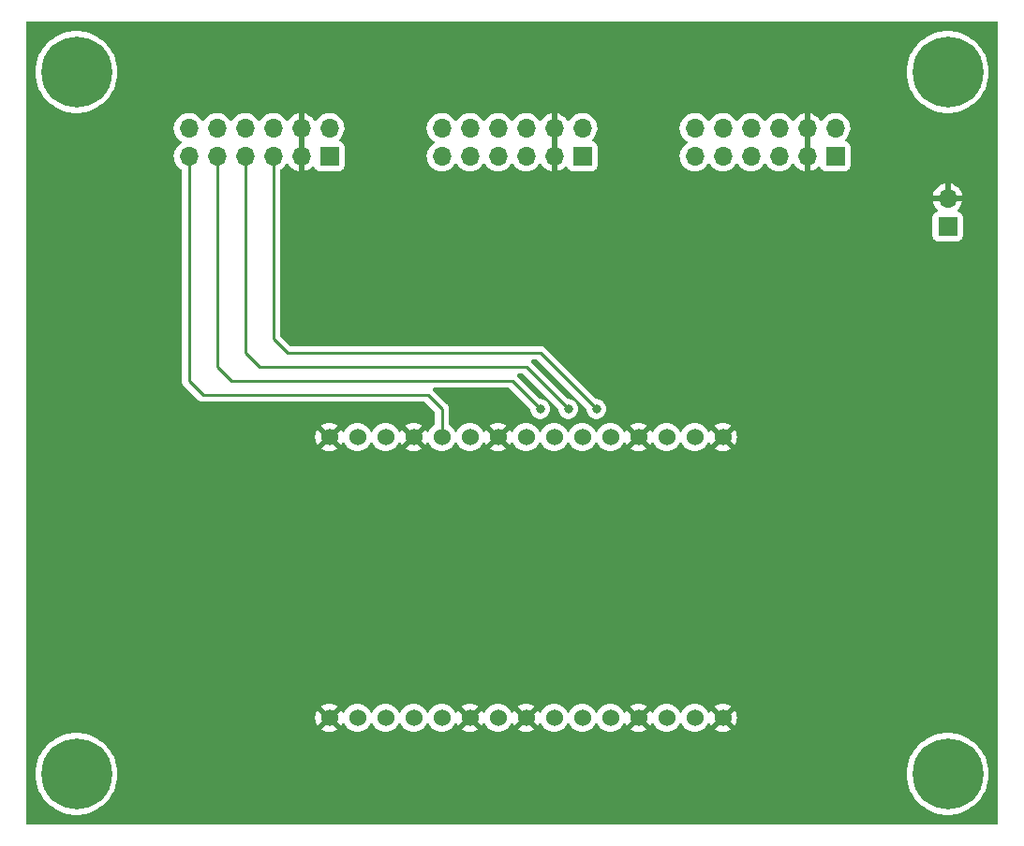
<source format=gbr>
%TF.GenerationSoftware,KiCad,Pcbnew,(6.0.10)*%
%TF.CreationDate,2023-01-05T13:47:07+01:00*%
%TF.ProjectId,pmod_esp32c3_baseboard,706d6f64-5f65-4737-9033-3263335f6261,rev?*%
%TF.SameCoordinates,Original*%
%TF.FileFunction,Copper,L2,Bot*%
%TF.FilePolarity,Positive*%
%FSLAX46Y46*%
G04 Gerber Fmt 4.6, Leading zero omitted, Abs format (unit mm)*
G04 Created by KiCad (PCBNEW (6.0.10)) date 2023-01-05 13:47:07*
%MOMM*%
%LPD*%
G01*
G04 APERTURE LIST*
%TA.AperFunction,ComponentPad*%
%ADD10R,1.700000X1.700000*%
%TD*%
%TA.AperFunction,ComponentPad*%
%ADD11O,1.700000X1.700000*%
%TD*%
%TA.AperFunction,ComponentPad*%
%ADD12C,0.800000*%
%TD*%
%TA.AperFunction,ComponentPad*%
%ADD13C,6.400000*%
%TD*%
%TA.AperFunction,ComponentPad*%
%ADD14C,1.524000*%
%TD*%
%TA.AperFunction,ViaPad*%
%ADD15C,0.800000*%
%TD*%
%TA.AperFunction,Conductor*%
%ADD16C,0.250000*%
%TD*%
G04 APERTURE END LIST*
D10*
%TO.P,PMOD2,1,Pin_1*%
%TO.N,VCC*%
X96520000Y-30480000D03*
D11*
%TO.P,PMOD2,2,Pin_2*%
X96520000Y-27940000D03*
%TO.P,PMOD2,3,Pin_3*%
%TO.N,GND*%
X93980000Y-30480000D03*
%TO.P,PMOD2,4,Pin_4*%
X93980000Y-27940000D03*
%TO.P,PMOD2,5,Pin_5*%
%TO.N,PMOD_UART_RTS*%
X91440000Y-30480000D03*
%TO.P,PMOD2,6,Pin_6*%
%TO.N,PMOD_UART_GPIO4*%
X91440000Y-27940000D03*
%TO.P,PMOD2,7,Pin_7*%
%TO.N,PMOD_UART_RXD*%
X88900000Y-30480000D03*
%TO.P,PMOD2,8,Pin_8*%
%TO.N,PMOD_UART_GPIO3*%
X88900000Y-27940000D03*
%TO.P,PMOD2,9,Pin_9*%
%TO.N,PMOD_UART_TXD*%
X86360000Y-30480000D03*
%TO.P,PMOD2,10,Pin_10*%
%TO.N,PMOD_UART_GPIO2_RESET*%
X86360000Y-27940000D03*
%TO.P,PMOD2,11,Pin_11*%
%TO.N,PMOD_UART_CTS*%
X83820000Y-30480000D03*
%TO.P,PMOD2,12,Pin_12*%
%TO.N,PMOD_UART_GPIO1_INT*%
X83820000Y-27940000D03*
%TD*%
D10*
%TO.P,PMOD3,1,Pin_1*%
%TO.N,VCC*%
X119380000Y-30480000D03*
D11*
%TO.P,PMOD3,2,Pin_2*%
X119380000Y-27940000D03*
%TO.P,PMOD3,3,Pin_3*%
%TO.N,GND*%
X116840000Y-30480000D03*
%TO.P,PMOD3,4,Pin_4*%
X116840000Y-27940000D03*
%TO.P,PMOD3,5,Pin_5*%
%TO.N,PMOD_I2C_SDA*%
X114300000Y-30480000D03*
%TO.P,PMOD3,6,Pin_6*%
%TO.N,PMOD_I2C_GPIO4*%
X114300000Y-27940000D03*
%TO.P,PMOD3,7,Pin_7*%
%TO.N,PMOD_I2C_SCL*%
X111760000Y-30480000D03*
%TO.P,PMOD3,8,Pin_8*%
%TO.N,PMOD_I2C_GPIO3*%
X111760000Y-27940000D03*
%TO.P,PMOD3,9,Pin_9*%
%TO.N,PMOD_I2C_RESET*%
X109220000Y-30480000D03*
%TO.P,PMOD3,10,Pin_10*%
%TO.N,PMOD_I2C_GPIO2*%
X109220000Y-27940000D03*
%TO.P,PMOD3,11,Pin_11*%
%TO.N,PMOD_I2C_INT*%
X106680000Y-30480000D03*
%TO.P,PMOD3,12,Pin_12*%
%TO.N,PMOD_I2C_GPIO1*%
X106680000Y-27940000D03*
%TD*%
D10*
%TO.P,PMOD1,1,Pin_1*%
%TO.N,VCC*%
X73660000Y-30480000D03*
D11*
%TO.P,PMOD1,2,Pin_2*%
X73660000Y-27940000D03*
%TO.P,PMOD1,3,Pin_3*%
%TO.N,GND*%
X71120000Y-30480000D03*
%TO.P,PMOD1,4,Pin_4*%
X71120000Y-27940000D03*
%TO.P,PMOD1,5,Pin_5*%
%TO.N,PMOD_SPI_SCK*%
X68580000Y-30480000D03*
%TO.P,PMOD1,6,Pin_6*%
%TO.N,PMOD_SPI_GPIO4_CS3*%
X68580000Y-27940000D03*
%TO.P,PMOD1,7,Pin_7*%
%TO.N,PMOD_SPI_MISO*%
X66040000Y-30480000D03*
%TO.P,PMOD1,8,Pin_8*%
%TO.N,PMOD_SPI_GPIO3_CS2*%
X66040000Y-27940000D03*
%TO.P,PMOD1,9,Pin_9*%
%TO.N,PMOD_SPI_MOSI*%
X63500000Y-30480000D03*
%TO.P,PMOD1,10,Pin_10*%
%TO.N,PMOD_SPI_GPIO2_RESET*%
X63500000Y-27940000D03*
%TO.P,PMOD1,11,Pin_11*%
%TO.N,PMOD_SPI_CS*%
X60960000Y-30480000D03*
%TO.P,PMOD1,12,Pin_12*%
%TO.N,PMOD_SPI_GPIO1_INT*%
X60960000Y-27940000D03*
%TD*%
D12*
%TO.P,H3,1*%
%TO.N,N/C*%
X52497056Y-88057056D03*
X49102944Y-84662944D03*
X50800000Y-83960000D03*
X48400000Y-86360000D03*
X52497056Y-84662944D03*
X49102944Y-88057056D03*
X53200000Y-86360000D03*
D13*
X50800000Y-86360000D03*
D12*
X50800000Y-88760000D03*
%TD*%
%TO.P,H1,1*%
%TO.N,N/C*%
X50800000Y-20460000D03*
X52497056Y-24557056D03*
X50800000Y-25260000D03*
X53200000Y-22860000D03*
X48400000Y-22860000D03*
X52497056Y-21162944D03*
X49102944Y-24557056D03*
D13*
X50800000Y-22860000D03*
D12*
X49102944Y-21162944D03*
%TD*%
D10*
%TO.P,J1,1,Pin_1*%
%TO.N,VCC*%
X129540000Y-36830000D03*
D11*
%TO.P,J1,2,Pin_2*%
%TO.N,GND*%
X129540000Y-34290000D03*
%TD*%
D12*
%TO.P,H4,1*%
%TO.N,N/C*%
X131237056Y-84662944D03*
X127842944Y-88057056D03*
D13*
X129540000Y-86360000D03*
D12*
X127140000Y-86360000D03*
X129540000Y-88760000D03*
X131237056Y-88057056D03*
X127842944Y-84662944D03*
X131940000Y-86360000D03*
X129540000Y-83960000D03*
%TD*%
%TO.P,H2,1*%
%TO.N,N/C*%
X131237056Y-21162944D03*
X131237056Y-24557056D03*
X127842944Y-21162944D03*
D13*
X129540000Y-22860000D03*
D12*
X129540000Y-25260000D03*
X131940000Y-22860000D03*
X129540000Y-20460000D03*
X127140000Y-22860000D03*
X127842944Y-24557056D03*
%TD*%
D14*
%TO.P,U1,1,GND*%
%TO.N,GND*%
X73660000Y-81280000D03*
%TO.P,U1,2,3V3*%
%TO.N,VCC*%
X76200000Y-81280000D03*
%TO.P,U1,3,3V3*%
X78740000Y-81280000D03*
%TO.P,U1,4,2*%
%TO.N,PMOD_SPI_GPIO3_CS2*%
X81280000Y-81280000D03*
%TO.P,U1,5,3*%
%TO.N,PMOD_SPI_GPIO4_CS3*%
X83820000Y-81280000D03*
%TO.P,U1,6,GND*%
%TO.N,GND*%
X86360000Y-81280000D03*
%TO.P,U1,7,R*%
%TO.N,~{RST}*%
X88900000Y-81280000D03*
%TO.P,U1,8,GND*%
%TO.N,GND*%
X91440000Y-81280000D03*
%TO.P,U1,9,0*%
%TO.N,PMOD_SPI_MOSI*%
X93980000Y-81280000D03*
%TO.P,U1,10,1*%
%TO.N,PMOD_SPI_MISO*%
X96520000Y-81280000D03*
%TO.P,U1,11,10*%
%TO.N,PMOD_SPI_SCK*%
X99060000Y-81280000D03*
%TO.P,U1,12,GND*%
%TO.N,GND*%
X101600000Y-81280000D03*
%TO.P,U1,13,5V*%
%TO.N,unconnected-(U1-Pad13)*%
X104140000Y-81280000D03*
%TO.P,U1,14,5V*%
%TO.N,unconnected-(U1-Pad14)*%
X106680000Y-81280000D03*
%TO.P,U1,15,GND*%
%TO.N,GND*%
X109220000Y-81280000D03*
%TO.P,U1,16,GND*%
X109220000Y-55880000D03*
%TO.P,U1,17,USBD+/19*%
%TO.N,unconnected-(U1-Pad17)*%
X106680000Y-55880000D03*
%TO.P,U1,18,USBD-/18*%
%TO.N,unconnected-(U1-Pad18)*%
X104140000Y-55880000D03*
%TO.P,U1,19,GND*%
%TO.N,GND*%
X101600000Y-55880000D03*
%TO.P,U1,20,4*%
%TO.N,PMOD_I2C_SDA*%
X99060000Y-55880000D03*
%TO.P,U1,21,5*%
%TO.N,PMOD_I2C_SCL*%
X96520000Y-55880000D03*
%TO.P,U1,22,6*%
%TO.N,PMOD_UART_RXD*%
X93980000Y-55880000D03*
%TO.P,U1,23,7*%
%TO.N,PMOD_UART_TXD*%
X91440000Y-55880000D03*
%TO.P,U1,24,GND*%
%TO.N,GND*%
X88900000Y-55880000D03*
%TO.P,U1,25,RGB/8*%
%TO.N,unconnected-(U1-Pad25)*%
X86360000Y-55880000D03*
%TO.P,U1,26,9*%
%TO.N,PMOD_SPI_CS*%
X83820000Y-55880000D03*
%TO.P,U1,27,GND*%
%TO.N,GND*%
X81280000Y-55880000D03*
%TO.P,U1,28,RX*%
%TO.N,unconnected-(U1-Pad28)*%
X78740000Y-55880000D03*
%TO.P,U1,29,TX*%
%TO.N,unconnected-(U1-Pad29)*%
X76200000Y-55880000D03*
%TO.P,U1,30,GND*%
%TO.N,GND*%
X73660000Y-55880000D03*
%TD*%
D15*
%TO.N,PMOD_SPI_SCK*%
X97790000Y-53340000D03*
%TO.N,PMOD_SPI_MOSI*%
X92710000Y-53340000D03*
%TO.N,PMOD_SPI_MISO*%
X95250000Y-53340000D03*
%TD*%
D16*
%TO.N,PMOD_SPI_SCK*%
X92710000Y-48260000D02*
X97790000Y-53340000D01*
X68580000Y-46990000D02*
X69850000Y-48260000D01*
X69850000Y-48260000D02*
X92710000Y-48260000D01*
X68580000Y-30480000D02*
X68580000Y-46990000D01*
%TO.N,PMOD_SPI_MOSI*%
X92710000Y-53340000D02*
X91440000Y-52070000D01*
X90170000Y-50800000D02*
X64770000Y-50800000D01*
X91440000Y-52070000D02*
X90170000Y-50800000D01*
X63500000Y-49530000D02*
X64770000Y-50800000D01*
X63500000Y-30480000D02*
X63500000Y-49530000D01*
%TO.N,PMOD_SPI_MISO*%
X66040000Y-48260000D02*
X67310000Y-49530000D01*
X66040000Y-30480000D02*
X66040000Y-48260000D01*
X91440000Y-49530000D02*
X95250000Y-53340000D01*
X67310000Y-49530000D02*
X91440000Y-49530000D01*
%TO.N,PMOD_SPI_CS*%
X83820000Y-55880000D02*
X83820000Y-53340000D01*
X60960000Y-50800000D02*
X60960000Y-30480000D01*
X83820000Y-53340000D02*
X82550000Y-52070000D01*
X82550000Y-52070000D02*
X62230000Y-52070000D01*
X62230000Y-52070000D02*
X60960000Y-50800000D01*
%TD*%
%TA.AperFunction,Conductor*%
%TO.N,GND*%
G36*
X134053621Y-18308502D02*
G01*
X134100114Y-18362158D01*
X134111500Y-18414500D01*
X134111500Y-90805500D01*
X134091498Y-90873621D01*
X134037842Y-90920114D01*
X133985500Y-90931500D01*
X46354500Y-90931500D01*
X46286379Y-90911498D01*
X46239886Y-90857842D01*
X46228500Y-90805500D01*
X46228500Y-86360000D01*
X47086411Y-86360000D01*
X47106754Y-86748176D01*
X47167562Y-87132099D01*
X47268167Y-87507562D01*
X47407468Y-87870453D01*
X47583938Y-88216794D01*
X47795643Y-88542793D01*
X48040266Y-88844876D01*
X48315124Y-89119734D01*
X48617207Y-89364357D01*
X48943205Y-89576062D01*
X48946139Y-89577557D01*
X48946146Y-89577561D01*
X49286607Y-89751034D01*
X49289547Y-89752532D01*
X49652438Y-89891833D01*
X50027901Y-89992438D01*
X50231793Y-90024732D01*
X50408576Y-90052732D01*
X50408584Y-90052733D01*
X50411824Y-90053246D01*
X50800000Y-90073589D01*
X51188176Y-90053246D01*
X51191416Y-90052733D01*
X51191424Y-90052732D01*
X51368207Y-90024732D01*
X51572099Y-89992438D01*
X51947562Y-89891833D01*
X52310453Y-89752532D01*
X52313393Y-89751034D01*
X52653854Y-89577561D01*
X52653861Y-89577557D01*
X52656795Y-89576062D01*
X52982793Y-89364357D01*
X53284876Y-89119734D01*
X53559734Y-88844876D01*
X53804357Y-88542793D01*
X54016062Y-88216794D01*
X54192532Y-87870453D01*
X54331833Y-87507562D01*
X54432438Y-87132099D01*
X54493246Y-86748176D01*
X54513589Y-86360000D01*
X125826411Y-86360000D01*
X125846754Y-86748176D01*
X125907562Y-87132099D01*
X126008167Y-87507562D01*
X126147468Y-87870453D01*
X126323938Y-88216794D01*
X126535643Y-88542793D01*
X126780266Y-88844876D01*
X127055124Y-89119734D01*
X127357207Y-89364357D01*
X127683205Y-89576062D01*
X127686139Y-89577557D01*
X127686146Y-89577561D01*
X128026607Y-89751034D01*
X128029547Y-89752532D01*
X128392438Y-89891833D01*
X128767901Y-89992438D01*
X128971793Y-90024732D01*
X129148576Y-90052732D01*
X129148584Y-90052733D01*
X129151824Y-90053246D01*
X129540000Y-90073589D01*
X129928176Y-90053246D01*
X129931416Y-90052733D01*
X129931424Y-90052732D01*
X130108207Y-90024732D01*
X130312099Y-89992438D01*
X130687562Y-89891833D01*
X131050453Y-89752532D01*
X131053393Y-89751034D01*
X131393854Y-89577561D01*
X131393861Y-89577557D01*
X131396795Y-89576062D01*
X131722793Y-89364357D01*
X132024876Y-89119734D01*
X132299734Y-88844876D01*
X132544357Y-88542793D01*
X132756062Y-88216794D01*
X132932532Y-87870453D01*
X133071833Y-87507562D01*
X133172438Y-87132099D01*
X133233246Y-86748176D01*
X133253589Y-86360000D01*
X133233246Y-85971824D01*
X133172438Y-85587901D01*
X133071833Y-85212438D01*
X132932532Y-84849547D01*
X132756062Y-84503206D01*
X132544357Y-84177207D01*
X132299734Y-83875124D01*
X132024876Y-83600266D01*
X131722793Y-83355643D01*
X131396795Y-83143938D01*
X131393861Y-83142443D01*
X131393854Y-83142439D01*
X131053393Y-82968966D01*
X131050453Y-82967468D01*
X130687562Y-82828167D01*
X130312099Y-82727562D01*
X130108207Y-82695268D01*
X129931424Y-82667268D01*
X129931416Y-82667267D01*
X129928176Y-82666754D01*
X129540000Y-82646411D01*
X129151824Y-82666754D01*
X129148584Y-82667267D01*
X129148576Y-82667268D01*
X128971793Y-82695268D01*
X128767901Y-82727562D01*
X128392438Y-82828167D01*
X128029547Y-82967468D01*
X128026607Y-82968966D01*
X127686147Y-83142439D01*
X127686140Y-83142443D01*
X127683206Y-83143938D01*
X127357207Y-83355643D01*
X127055124Y-83600266D01*
X126780266Y-83875124D01*
X126535643Y-84177207D01*
X126323938Y-84503206D01*
X126147468Y-84849547D01*
X126008167Y-85212438D01*
X125907562Y-85587901D01*
X125846754Y-85971824D01*
X125826411Y-86360000D01*
X54513589Y-86360000D01*
X54493246Y-85971824D01*
X54432438Y-85587901D01*
X54331833Y-85212438D01*
X54192532Y-84849547D01*
X54016062Y-84503206D01*
X53804357Y-84177207D01*
X53559734Y-83875124D01*
X53284876Y-83600266D01*
X52982793Y-83355643D01*
X52656795Y-83143938D01*
X52653861Y-83142443D01*
X52653854Y-83142439D01*
X52313393Y-82968966D01*
X52310453Y-82967468D01*
X51947562Y-82828167D01*
X51572099Y-82727562D01*
X51368207Y-82695268D01*
X51191424Y-82667268D01*
X51191416Y-82667267D01*
X51188176Y-82666754D01*
X50800000Y-82646411D01*
X50411824Y-82666754D01*
X50408584Y-82667267D01*
X50408576Y-82667268D01*
X50231793Y-82695268D01*
X50027901Y-82727562D01*
X49652438Y-82828167D01*
X49289547Y-82967468D01*
X49286607Y-82968966D01*
X48946147Y-83142439D01*
X48946140Y-83142443D01*
X48943206Y-83143938D01*
X48617207Y-83355643D01*
X48315124Y-83600266D01*
X48040266Y-83875124D01*
X47795643Y-84177207D01*
X47583938Y-84503206D01*
X47407468Y-84849547D01*
X47268167Y-85212438D01*
X47167562Y-85587901D01*
X47106754Y-85971824D01*
X47086411Y-86360000D01*
X46228500Y-86360000D01*
X46228500Y-82338777D01*
X72965777Y-82338777D01*
X72975074Y-82350793D01*
X73018069Y-82380898D01*
X73027555Y-82386376D01*
X73218993Y-82475645D01*
X73229285Y-82479391D01*
X73433309Y-82534059D01*
X73444104Y-82535962D01*
X73654525Y-82554372D01*
X73665475Y-82554372D01*
X73875896Y-82535962D01*
X73886691Y-82534059D01*
X74090715Y-82479391D01*
X74101007Y-82475645D01*
X74292445Y-82386376D01*
X74301931Y-82380898D01*
X74345764Y-82350207D01*
X74354139Y-82339729D01*
X74347071Y-82326281D01*
X73672812Y-81652022D01*
X73658868Y-81644408D01*
X73657035Y-81644539D01*
X73650420Y-81648790D01*
X72972207Y-82327003D01*
X72965777Y-82338777D01*
X46228500Y-82338777D01*
X46228500Y-81285475D01*
X72385628Y-81285475D01*
X72404038Y-81495896D01*
X72405941Y-81506691D01*
X72460609Y-81710715D01*
X72464355Y-81721007D01*
X72553623Y-81912441D01*
X72559103Y-81921932D01*
X72589794Y-81965765D01*
X72600271Y-81974140D01*
X72613718Y-81967072D01*
X73287978Y-81292812D01*
X73294356Y-81281132D01*
X74024408Y-81281132D01*
X74024539Y-81282965D01*
X74028790Y-81289580D01*
X74707003Y-81967793D01*
X74718777Y-81974223D01*
X74730793Y-81964926D01*
X74760897Y-81921932D01*
X74766377Y-81912441D01*
X74815529Y-81807035D01*
X74862447Y-81753750D01*
X74930724Y-81734289D01*
X74998684Y-81754831D01*
X75043919Y-81807035D01*
X75093186Y-81912689D01*
X75093189Y-81912694D01*
X75095512Y-81917676D01*
X75098668Y-81922183D01*
X75098669Y-81922185D01*
X75135107Y-81974223D01*
X75223023Y-82099781D01*
X75380219Y-82256977D01*
X75384727Y-82260134D01*
X75384730Y-82260136D01*
X75460495Y-82313187D01*
X75562323Y-82384488D01*
X75567305Y-82386811D01*
X75567310Y-82386814D01*
X75757810Y-82475645D01*
X75763804Y-82478440D01*
X75769112Y-82479862D01*
X75769114Y-82479863D01*
X75834949Y-82497503D01*
X75978537Y-82535978D01*
X76200000Y-82555353D01*
X76421463Y-82535978D01*
X76565051Y-82497503D01*
X76630886Y-82479863D01*
X76630888Y-82479862D01*
X76636196Y-82478440D01*
X76642190Y-82475645D01*
X76832690Y-82386814D01*
X76832695Y-82386811D01*
X76837677Y-82384488D01*
X76939505Y-82313187D01*
X77015270Y-82260136D01*
X77015273Y-82260134D01*
X77019781Y-82256977D01*
X77176977Y-82099781D01*
X77264894Y-81974223D01*
X77301331Y-81922185D01*
X77301332Y-81922183D01*
X77304488Y-81917676D01*
X77306811Y-81912694D01*
X77306814Y-81912689D01*
X77355805Y-81807627D01*
X77402723Y-81754342D01*
X77471000Y-81734881D01*
X77538960Y-81755423D01*
X77584195Y-81807627D01*
X77633186Y-81912689D01*
X77633189Y-81912694D01*
X77635512Y-81917676D01*
X77638668Y-81922183D01*
X77638669Y-81922185D01*
X77675107Y-81974223D01*
X77763023Y-82099781D01*
X77920219Y-82256977D01*
X77924727Y-82260134D01*
X77924730Y-82260136D01*
X78000495Y-82313187D01*
X78102323Y-82384488D01*
X78107305Y-82386811D01*
X78107310Y-82386814D01*
X78297810Y-82475645D01*
X78303804Y-82478440D01*
X78309112Y-82479862D01*
X78309114Y-82479863D01*
X78374949Y-82497503D01*
X78518537Y-82535978D01*
X78740000Y-82555353D01*
X78961463Y-82535978D01*
X79105051Y-82497503D01*
X79170886Y-82479863D01*
X79170888Y-82479862D01*
X79176196Y-82478440D01*
X79182190Y-82475645D01*
X79372690Y-82386814D01*
X79372695Y-82386811D01*
X79377677Y-82384488D01*
X79479505Y-82313187D01*
X79555270Y-82260136D01*
X79555273Y-82260134D01*
X79559781Y-82256977D01*
X79716977Y-82099781D01*
X79804894Y-81974223D01*
X79841331Y-81922185D01*
X79841332Y-81922183D01*
X79844488Y-81917676D01*
X79846811Y-81912694D01*
X79846814Y-81912689D01*
X79895805Y-81807627D01*
X79942723Y-81754342D01*
X80011000Y-81734881D01*
X80078960Y-81755423D01*
X80124195Y-81807627D01*
X80173186Y-81912689D01*
X80173189Y-81912694D01*
X80175512Y-81917676D01*
X80178668Y-81922183D01*
X80178669Y-81922185D01*
X80215107Y-81974223D01*
X80303023Y-82099781D01*
X80460219Y-82256977D01*
X80464727Y-82260134D01*
X80464730Y-82260136D01*
X80540495Y-82313187D01*
X80642323Y-82384488D01*
X80647305Y-82386811D01*
X80647310Y-82386814D01*
X80837810Y-82475645D01*
X80843804Y-82478440D01*
X80849112Y-82479862D01*
X80849114Y-82479863D01*
X80914949Y-82497503D01*
X81058537Y-82535978D01*
X81280000Y-82555353D01*
X81501463Y-82535978D01*
X81645051Y-82497503D01*
X81710886Y-82479863D01*
X81710888Y-82479862D01*
X81716196Y-82478440D01*
X81722190Y-82475645D01*
X81912690Y-82386814D01*
X81912695Y-82386811D01*
X81917677Y-82384488D01*
X82019505Y-82313187D01*
X82095270Y-82260136D01*
X82095273Y-82260134D01*
X82099781Y-82256977D01*
X82256977Y-82099781D01*
X82344894Y-81974223D01*
X82381331Y-81922185D01*
X82381332Y-81922183D01*
X82384488Y-81917676D01*
X82386811Y-81912694D01*
X82386814Y-81912689D01*
X82435805Y-81807627D01*
X82482723Y-81754342D01*
X82551000Y-81734881D01*
X82618960Y-81755423D01*
X82664195Y-81807627D01*
X82713186Y-81912689D01*
X82713189Y-81912694D01*
X82715512Y-81917676D01*
X82718668Y-81922183D01*
X82718669Y-81922185D01*
X82755107Y-81974223D01*
X82843023Y-82099781D01*
X83000219Y-82256977D01*
X83004727Y-82260134D01*
X83004730Y-82260136D01*
X83080495Y-82313187D01*
X83182323Y-82384488D01*
X83187305Y-82386811D01*
X83187310Y-82386814D01*
X83377810Y-82475645D01*
X83383804Y-82478440D01*
X83389112Y-82479862D01*
X83389114Y-82479863D01*
X83454949Y-82497503D01*
X83598537Y-82535978D01*
X83820000Y-82555353D01*
X84041463Y-82535978D01*
X84185051Y-82497503D01*
X84250886Y-82479863D01*
X84250888Y-82479862D01*
X84256196Y-82478440D01*
X84262190Y-82475645D01*
X84452690Y-82386814D01*
X84452695Y-82386811D01*
X84457677Y-82384488D01*
X84522959Y-82338777D01*
X85665777Y-82338777D01*
X85675074Y-82350793D01*
X85718069Y-82380898D01*
X85727555Y-82386376D01*
X85918993Y-82475645D01*
X85929285Y-82479391D01*
X86133309Y-82534059D01*
X86144104Y-82535962D01*
X86354525Y-82554372D01*
X86365475Y-82554372D01*
X86575896Y-82535962D01*
X86586691Y-82534059D01*
X86790715Y-82479391D01*
X86801007Y-82475645D01*
X86992445Y-82386376D01*
X87001931Y-82380898D01*
X87045764Y-82350207D01*
X87054139Y-82339729D01*
X87047071Y-82326281D01*
X86372812Y-81652022D01*
X86358868Y-81644408D01*
X86357035Y-81644539D01*
X86350420Y-81648790D01*
X85672207Y-82327003D01*
X85665777Y-82338777D01*
X84522959Y-82338777D01*
X84559505Y-82313187D01*
X84635270Y-82260136D01*
X84635273Y-82260134D01*
X84639781Y-82256977D01*
X84796977Y-82099781D01*
X84884894Y-81974223D01*
X84921331Y-81922185D01*
X84921332Y-81922183D01*
X84924488Y-81917676D01*
X84926811Y-81912694D01*
X84926814Y-81912689D01*
X84976081Y-81807035D01*
X85022999Y-81753750D01*
X85091276Y-81734289D01*
X85159236Y-81754831D01*
X85204471Y-81807035D01*
X85253623Y-81912441D01*
X85259103Y-81921932D01*
X85289794Y-81965765D01*
X85300271Y-81974140D01*
X85313718Y-81967072D01*
X85987978Y-81292812D01*
X85994356Y-81281132D01*
X86724408Y-81281132D01*
X86724539Y-81282965D01*
X86728790Y-81289580D01*
X87407003Y-81967793D01*
X87418777Y-81974223D01*
X87430793Y-81964926D01*
X87460897Y-81921932D01*
X87466377Y-81912441D01*
X87515529Y-81807035D01*
X87562447Y-81753750D01*
X87630724Y-81734289D01*
X87698684Y-81754831D01*
X87743919Y-81807035D01*
X87793186Y-81912689D01*
X87793189Y-81912694D01*
X87795512Y-81917676D01*
X87798668Y-81922183D01*
X87798669Y-81922185D01*
X87835107Y-81974223D01*
X87923023Y-82099781D01*
X88080219Y-82256977D01*
X88084727Y-82260134D01*
X88084730Y-82260136D01*
X88160495Y-82313187D01*
X88262323Y-82384488D01*
X88267305Y-82386811D01*
X88267310Y-82386814D01*
X88457810Y-82475645D01*
X88463804Y-82478440D01*
X88469112Y-82479862D01*
X88469114Y-82479863D01*
X88534949Y-82497503D01*
X88678537Y-82535978D01*
X88900000Y-82555353D01*
X89121463Y-82535978D01*
X89265051Y-82497503D01*
X89330886Y-82479863D01*
X89330888Y-82479862D01*
X89336196Y-82478440D01*
X89342190Y-82475645D01*
X89532690Y-82386814D01*
X89532695Y-82386811D01*
X89537677Y-82384488D01*
X89602959Y-82338777D01*
X90745777Y-82338777D01*
X90755074Y-82350793D01*
X90798069Y-82380898D01*
X90807555Y-82386376D01*
X90998993Y-82475645D01*
X91009285Y-82479391D01*
X91213309Y-82534059D01*
X91224104Y-82535962D01*
X91434525Y-82554372D01*
X91445475Y-82554372D01*
X91655896Y-82535962D01*
X91666691Y-82534059D01*
X91870715Y-82479391D01*
X91881007Y-82475645D01*
X92072445Y-82386376D01*
X92081931Y-82380898D01*
X92125764Y-82350207D01*
X92134139Y-82339729D01*
X92127071Y-82326281D01*
X91452812Y-81652022D01*
X91438868Y-81644408D01*
X91437035Y-81644539D01*
X91430420Y-81648790D01*
X90752207Y-82327003D01*
X90745777Y-82338777D01*
X89602959Y-82338777D01*
X89639505Y-82313187D01*
X89715270Y-82260136D01*
X89715273Y-82260134D01*
X89719781Y-82256977D01*
X89876977Y-82099781D01*
X89964894Y-81974223D01*
X90001331Y-81922185D01*
X90001332Y-81922183D01*
X90004488Y-81917676D01*
X90006811Y-81912694D01*
X90006814Y-81912689D01*
X90056081Y-81807035D01*
X90102999Y-81753750D01*
X90171276Y-81734289D01*
X90239236Y-81754831D01*
X90284471Y-81807035D01*
X90333623Y-81912441D01*
X90339103Y-81921932D01*
X90369794Y-81965765D01*
X90380271Y-81974140D01*
X90393718Y-81967072D01*
X91067978Y-81292812D01*
X91074356Y-81281132D01*
X91804408Y-81281132D01*
X91804539Y-81282965D01*
X91808790Y-81289580D01*
X92487003Y-81967793D01*
X92498777Y-81974223D01*
X92510793Y-81964926D01*
X92540897Y-81921932D01*
X92546377Y-81912441D01*
X92595529Y-81807035D01*
X92642447Y-81753750D01*
X92710724Y-81734289D01*
X92778684Y-81754831D01*
X92823919Y-81807035D01*
X92873186Y-81912689D01*
X92873189Y-81912694D01*
X92875512Y-81917676D01*
X92878668Y-81922183D01*
X92878669Y-81922185D01*
X92915107Y-81974223D01*
X93003023Y-82099781D01*
X93160219Y-82256977D01*
X93164727Y-82260134D01*
X93164730Y-82260136D01*
X93240495Y-82313187D01*
X93342323Y-82384488D01*
X93347305Y-82386811D01*
X93347310Y-82386814D01*
X93537810Y-82475645D01*
X93543804Y-82478440D01*
X93549112Y-82479862D01*
X93549114Y-82479863D01*
X93614949Y-82497503D01*
X93758537Y-82535978D01*
X93980000Y-82555353D01*
X94201463Y-82535978D01*
X94345051Y-82497503D01*
X94410886Y-82479863D01*
X94410888Y-82479862D01*
X94416196Y-82478440D01*
X94422190Y-82475645D01*
X94612690Y-82386814D01*
X94612695Y-82386811D01*
X94617677Y-82384488D01*
X94719505Y-82313187D01*
X94795270Y-82260136D01*
X94795273Y-82260134D01*
X94799781Y-82256977D01*
X94956977Y-82099781D01*
X95044894Y-81974223D01*
X95081331Y-81922185D01*
X95081332Y-81922183D01*
X95084488Y-81917676D01*
X95086811Y-81912694D01*
X95086814Y-81912689D01*
X95135805Y-81807627D01*
X95182723Y-81754342D01*
X95251000Y-81734881D01*
X95318960Y-81755423D01*
X95364195Y-81807627D01*
X95413186Y-81912689D01*
X95413189Y-81912694D01*
X95415512Y-81917676D01*
X95418668Y-81922183D01*
X95418669Y-81922185D01*
X95455107Y-81974223D01*
X95543023Y-82099781D01*
X95700219Y-82256977D01*
X95704727Y-82260134D01*
X95704730Y-82260136D01*
X95780495Y-82313187D01*
X95882323Y-82384488D01*
X95887305Y-82386811D01*
X95887310Y-82386814D01*
X96077810Y-82475645D01*
X96083804Y-82478440D01*
X96089112Y-82479862D01*
X96089114Y-82479863D01*
X96154949Y-82497503D01*
X96298537Y-82535978D01*
X96520000Y-82555353D01*
X96741463Y-82535978D01*
X96885051Y-82497503D01*
X96950886Y-82479863D01*
X96950888Y-82479862D01*
X96956196Y-82478440D01*
X96962190Y-82475645D01*
X97152690Y-82386814D01*
X97152695Y-82386811D01*
X97157677Y-82384488D01*
X97259505Y-82313187D01*
X97335270Y-82260136D01*
X97335273Y-82260134D01*
X97339781Y-82256977D01*
X97496977Y-82099781D01*
X97584894Y-81974223D01*
X97621331Y-81922185D01*
X97621332Y-81922183D01*
X97624488Y-81917676D01*
X97626811Y-81912694D01*
X97626814Y-81912689D01*
X97675805Y-81807627D01*
X97722723Y-81754342D01*
X97791000Y-81734881D01*
X97858960Y-81755423D01*
X97904195Y-81807627D01*
X97953186Y-81912689D01*
X97953189Y-81912694D01*
X97955512Y-81917676D01*
X97958668Y-81922183D01*
X97958669Y-81922185D01*
X97995107Y-81974223D01*
X98083023Y-82099781D01*
X98240219Y-82256977D01*
X98244727Y-82260134D01*
X98244730Y-82260136D01*
X98320495Y-82313187D01*
X98422323Y-82384488D01*
X98427305Y-82386811D01*
X98427310Y-82386814D01*
X98617810Y-82475645D01*
X98623804Y-82478440D01*
X98629112Y-82479862D01*
X98629114Y-82479863D01*
X98694949Y-82497503D01*
X98838537Y-82535978D01*
X99060000Y-82555353D01*
X99281463Y-82535978D01*
X99425051Y-82497503D01*
X99490886Y-82479863D01*
X99490888Y-82479862D01*
X99496196Y-82478440D01*
X99502190Y-82475645D01*
X99692690Y-82386814D01*
X99692695Y-82386811D01*
X99697677Y-82384488D01*
X99762959Y-82338777D01*
X100905777Y-82338777D01*
X100915074Y-82350793D01*
X100958069Y-82380898D01*
X100967555Y-82386376D01*
X101158993Y-82475645D01*
X101169285Y-82479391D01*
X101373309Y-82534059D01*
X101384104Y-82535962D01*
X101594525Y-82554372D01*
X101605475Y-82554372D01*
X101815896Y-82535962D01*
X101826691Y-82534059D01*
X102030715Y-82479391D01*
X102041007Y-82475645D01*
X102232445Y-82386376D01*
X102241931Y-82380898D01*
X102285764Y-82350207D01*
X102294139Y-82339729D01*
X102287071Y-82326281D01*
X101612812Y-81652022D01*
X101598868Y-81644408D01*
X101597035Y-81644539D01*
X101590420Y-81648790D01*
X100912207Y-82327003D01*
X100905777Y-82338777D01*
X99762959Y-82338777D01*
X99799505Y-82313187D01*
X99875270Y-82260136D01*
X99875273Y-82260134D01*
X99879781Y-82256977D01*
X100036977Y-82099781D01*
X100124894Y-81974223D01*
X100161331Y-81922185D01*
X100161332Y-81922183D01*
X100164488Y-81917676D01*
X100166811Y-81912694D01*
X100166814Y-81912689D01*
X100216081Y-81807035D01*
X100262999Y-81753750D01*
X100331276Y-81734289D01*
X100399236Y-81754831D01*
X100444471Y-81807035D01*
X100493623Y-81912441D01*
X100499103Y-81921932D01*
X100529794Y-81965765D01*
X100540271Y-81974140D01*
X100553718Y-81967072D01*
X101227978Y-81292812D01*
X101234356Y-81281132D01*
X101964408Y-81281132D01*
X101964539Y-81282965D01*
X101968790Y-81289580D01*
X102647003Y-81967793D01*
X102658777Y-81974223D01*
X102670793Y-81964926D01*
X102700897Y-81921932D01*
X102706377Y-81912441D01*
X102755529Y-81807035D01*
X102802447Y-81753750D01*
X102870724Y-81734289D01*
X102938684Y-81754831D01*
X102983919Y-81807035D01*
X103033186Y-81912689D01*
X103033189Y-81912694D01*
X103035512Y-81917676D01*
X103038668Y-81922183D01*
X103038669Y-81922185D01*
X103075107Y-81974223D01*
X103163023Y-82099781D01*
X103320219Y-82256977D01*
X103324727Y-82260134D01*
X103324730Y-82260136D01*
X103400495Y-82313187D01*
X103502323Y-82384488D01*
X103507305Y-82386811D01*
X103507310Y-82386814D01*
X103697810Y-82475645D01*
X103703804Y-82478440D01*
X103709112Y-82479862D01*
X103709114Y-82479863D01*
X103774949Y-82497503D01*
X103918537Y-82535978D01*
X104140000Y-82555353D01*
X104361463Y-82535978D01*
X104505051Y-82497503D01*
X104570886Y-82479863D01*
X104570888Y-82479862D01*
X104576196Y-82478440D01*
X104582190Y-82475645D01*
X104772690Y-82386814D01*
X104772695Y-82386811D01*
X104777677Y-82384488D01*
X104879505Y-82313187D01*
X104955270Y-82260136D01*
X104955273Y-82260134D01*
X104959781Y-82256977D01*
X105116977Y-82099781D01*
X105204894Y-81974223D01*
X105241331Y-81922185D01*
X105241332Y-81922183D01*
X105244488Y-81917676D01*
X105246811Y-81912694D01*
X105246814Y-81912689D01*
X105295805Y-81807627D01*
X105342723Y-81754342D01*
X105411000Y-81734881D01*
X105478960Y-81755423D01*
X105524195Y-81807627D01*
X105573186Y-81912689D01*
X105573189Y-81912694D01*
X105575512Y-81917676D01*
X105578668Y-81922183D01*
X105578669Y-81922185D01*
X105615107Y-81974223D01*
X105703023Y-82099781D01*
X105860219Y-82256977D01*
X105864727Y-82260134D01*
X105864730Y-82260136D01*
X105940495Y-82313187D01*
X106042323Y-82384488D01*
X106047305Y-82386811D01*
X106047310Y-82386814D01*
X106237810Y-82475645D01*
X106243804Y-82478440D01*
X106249112Y-82479862D01*
X106249114Y-82479863D01*
X106314949Y-82497503D01*
X106458537Y-82535978D01*
X106680000Y-82555353D01*
X106901463Y-82535978D01*
X107045051Y-82497503D01*
X107110886Y-82479863D01*
X107110888Y-82479862D01*
X107116196Y-82478440D01*
X107122190Y-82475645D01*
X107312690Y-82386814D01*
X107312695Y-82386811D01*
X107317677Y-82384488D01*
X107382959Y-82338777D01*
X108525777Y-82338777D01*
X108535074Y-82350793D01*
X108578069Y-82380898D01*
X108587555Y-82386376D01*
X108778993Y-82475645D01*
X108789285Y-82479391D01*
X108993309Y-82534059D01*
X109004104Y-82535962D01*
X109214525Y-82554372D01*
X109225475Y-82554372D01*
X109435896Y-82535962D01*
X109446691Y-82534059D01*
X109650715Y-82479391D01*
X109661007Y-82475645D01*
X109852445Y-82386376D01*
X109861931Y-82380898D01*
X109905764Y-82350207D01*
X109914139Y-82339729D01*
X109907071Y-82326281D01*
X109232812Y-81652022D01*
X109218868Y-81644408D01*
X109217035Y-81644539D01*
X109210420Y-81648790D01*
X108532207Y-82327003D01*
X108525777Y-82338777D01*
X107382959Y-82338777D01*
X107419505Y-82313187D01*
X107495270Y-82260136D01*
X107495273Y-82260134D01*
X107499781Y-82256977D01*
X107656977Y-82099781D01*
X107744894Y-81974223D01*
X107781331Y-81922185D01*
X107781332Y-81922183D01*
X107784488Y-81917676D01*
X107786811Y-81912694D01*
X107786814Y-81912689D01*
X107836081Y-81807035D01*
X107882999Y-81753750D01*
X107951276Y-81734289D01*
X108019236Y-81754831D01*
X108064471Y-81807035D01*
X108113623Y-81912441D01*
X108119103Y-81921932D01*
X108149794Y-81965765D01*
X108160271Y-81974140D01*
X108173718Y-81967072D01*
X108847978Y-81292812D01*
X108854356Y-81281132D01*
X109584408Y-81281132D01*
X109584539Y-81282965D01*
X109588790Y-81289580D01*
X110267003Y-81967793D01*
X110278777Y-81974223D01*
X110290793Y-81964926D01*
X110320897Y-81921932D01*
X110326377Y-81912441D01*
X110415645Y-81721007D01*
X110419391Y-81710715D01*
X110474059Y-81506691D01*
X110475962Y-81495896D01*
X110494372Y-81285475D01*
X110494372Y-81274525D01*
X110475962Y-81064104D01*
X110474059Y-81053309D01*
X110419391Y-80849285D01*
X110415645Y-80838993D01*
X110326377Y-80647559D01*
X110320897Y-80638068D01*
X110290206Y-80594235D01*
X110279729Y-80585860D01*
X110266282Y-80592928D01*
X109592022Y-81267188D01*
X109584408Y-81281132D01*
X108854356Y-81281132D01*
X108855592Y-81278868D01*
X108855461Y-81277035D01*
X108851210Y-81270420D01*
X108172997Y-80592207D01*
X108161223Y-80585777D01*
X108149207Y-80595074D01*
X108119103Y-80638068D01*
X108113623Y-80647559D01*
X108064471Y-80752965D01*
X108017553Y-80806250D01*
X107949276Y-80825711D01*
X107881316Y-80805169D01*
X107836081Y-80752965D01*
X107786814Y-80647311D01*
X107786811Y-80647306D01*
X107784488Y-80642324D01*
X107781331Y-80637815D01*
X107660136Y-80464730D01*
X107660134Y-80464727D01*
X107656977Y-80460219D01*
X107499781Y-80303023D01*
X107495273Y-80299866D01*
X107495270Y-80299864D01*
X107419505Y-80246813D01*
X107381599Y-80220271D01*
X108525860Y-80220271D01*
X108532928Y-80233718D01*
X109207188Y-80907978D01*
X109221132Y-80915592D01*
X109222965Y-80915461D01*
X109229580Y-80911210D01*
X109907793Y-80232997D01*
X109914223Y-80221223D01*
X109904926Y-80209207D01*
X109861931Y-80179102D01*
X109852445Y-80173624D01*
X109661007Y-80084355D01*
X109650715Y-80080609D01*
X109446691Y-80025941D01*
X109435896Y-80024038D01*
X109225475Y-80005628D01*
X109214525Y-80005628D01*
X109004104Y-80024038D01*
X108993309Y-80025941D01*
X108789285Y-80080609D01*
X108778993Y-80084355D01*
X108587559Y-80173623D01*
X108578068Y-80179103D01*
X108534235Y-80209794D01*
X108525860Y-80220271D01*
X107381599Y-80220271D01*
X107317677Y-80175512D01*
X107312695Y-80173189D01*
X107312690Y-80173186D01*
X107121178Y-80083883D01*
X107121177Y-80083882D01*
X107116196Y-80081560D01*
X107110888Y-80080138D01*
X107110886Y-80080137D01*
X107045051Y-80062497D01*
X106901463Y-80024022D01*
X106680000Y-80004647D01*
X106458537Y-80024022D01*
X106314949Y-80062497D01*
X106249114Y-80080137D01*
X106249112Y-80080138D01*
X106243804Y-80081560D01*
X106238823Y-80083882D01*
X106238822Y-80083883D01*
X106047311Y-80173186D01*
X106047306Y-80173189D01*
X106042324Y-80175512D01*
X106037817Y-80178668D01*
X106037815Y-80178669D01*
X105864730Y-80299864D01*
X105864727Y-80299866D01*
X105860219Y-80303023D01*
X105703023Y-80460219D01*
X105699866Y-80464727D01*
X105699864Y-80464730D01*
X105578669Y-80637815D01*
X105575512Y-80642324D01*
X105573189Y-80647306D01*
X105573186Y-80647311D01*
X105524195Y-80752373D01*
X105477277Y-80805658D01*
X105409000Y-80825119D01*
X105341040Y-80804577D01*
X105295805Y-80752373D01*
X105246814Y-80647311D01*
X105246811Y-80647306D01*
X105244488Y-80642324D01*
X105241331Y-80637815D01*
X105120136Y-80464730D01*
X105120134Y-80464727D01*
X105116977Y-80460219D01*
X104959781Y-80303023D01*
X104955273Y-80299866D01*
X104955270Y-80299864D01*
X104879505Y-80246813D01*
X104777677Y-80175512D01*
X104772695Y-80173189D01*
X104772690Y-80173186D01*
X104581178Y-80083883D01*
X104581177Y-80083882D01*
X104576196Y-80081560D01*
X104570888Y-80080138D01*
X104570886Y-80080137D01*
X104505051Y-80062497D01*
X104361463Y-80024022D01*
X104140000Y-80004647D01*
X103918537Y-80024022D01*
X103774949Y-80062497D01*
X103709114Y-80080137D01*
X103709112Y-80080138D01*
X103703804Y-80081560D01*
X103698823Y-80083882D01*
X103698822Y-80083883D01*
X103507311Y-80173186D01*
X103507306Y-80173189D01*
X103502324Y-80175512D01*
X103497817Y-80178668D01*
X103497815Y-80178669D01*
X103324730Y-80299864D01*
X103324727Y-80299866D01*
X103320219Y-80303023D01*
X103163023Y-80460219D01*
X103159866Y-80464727D01*
X103159864Y-80464730D01*
X103038669Y-80637815D01*
X103035512Y-80642324D01*
X103033189Y-80647306D01*
X103033186Y-80647311D01*
X102983919Y-80752965D01*
X102937001Y-80806250D01*
X102868724Y-80825711D01*
X102800764Y-80805169D01*
X102755529Y-80752965D01*
X102706377Y-80647559D01*
X102700897Y-80638068D01*
X102670206Y-80594235D01*
X102659729Y-80585860D01*
X102646282Y-80592928D01*
X101972022Y-81267188D01*
X101964408Y-81281132D01*
X101234356Y-81281132D01*
X101235592Y-81278868D01*
X101235461Y-81277035D01*
X101231210Y-81270420D01*
X100552997Y-80592207D01*
X100541223Y-80585777D01*
X100529207Y-80595074D01*
X100499103Y-80638068D01*
X100493623Y-80647559D01*
X100444471Y-80752965D01*
X100397553Y-80806250D01*
X100329276Y-80825711D01*
X100261316Y-80805169D01*
X100216081Y-80752965D01*
X100166814Y-80647311D01*
X100166811Y-80647306D01*
X100164488Y-80642324D01*
X100161331Y-80637815D01*
X100040136Y-80464730D01*
X100040134Y-80464727D01*
X100036977Y-80460219D01*
X99879781Y-80303023D01*
X99875273Y-80299866D01*
X99875270Y-80299864D01*
X99799505Y-80246813D01*
X99761599Y-80220271D01*
X100905860Y-80220271D01*
X100912928Y-80233718D01*
X101587188Y-80907978D01*
X101601132Y-80915592D01*
X101602965Y-80915461D01*
X101609580Y-80911210D01*
X102287793Y-80232997D01*
X102294223Y-80221223D01*
X102284926Y-80209207D01*
X102241931Y-80179102D01*
X102232445Y-80173624D01*
X102041007Y-80084355D01*
X102030715Y-80080609D01*
X101826691Y-80025941D01*
X101815896Y-80024038D01*
X101605475Y-80005628D01*
X101594525Y-80005628D01*
X101384104Y-80024038D01*
X101373309Y-80025941D01*
X101169285Y-80080609D01*
X101158993Y-80084355D01*
X100967559Y-80173623D01*
X100958068Y-80179103D01*
X100914235Y-80209794D01*
X100905860Y-80220271D01*
X99761599Y-80220271D01*
X99697677Y-80175512D01*
X99692695Y-80173189D01*
X99692690Y-80173186D01*
X99501178Y-80083883D01*
X99501177Y-80083882D01*
X99496196Y-80081560D01*
X99490888Y-80080138D01*
X99490886Y-80080137D01*
X99425051Y-80062497D01*
X99281463Y-80024022D01*
X99060000Y-80004647D01*
X98838537Y-80024022D01*
X98694949Y-80062497D01*
X98629114Y-80080137D01*
X98629112Y-80080138D01*
X98623804Y-80081560D01*
X98618823Y-80083882D01*
X98618822Y-80083883D01*
X98427311Y-80173186D01*
X98427306Y-80173189D01*
X98422324Y-80175512D01*
X98417817Y-80178668D01*
X98417815Y-80178669D01*
X98244730Y-80299864D01*
X98244727Y-80299866D01*
X98240219Y-80303023D01*
X98083023Y-80460219D01*
X98079866Y-80464727D01*
X98079864Y-80464730D01*
X97958669Y-80637815D01*
X97955512Y-80642324D01*
X97953189Y-80647306D01*
X97953186Y-80647311D01*
X97904195Y-80752373D01*
X97857277Y-80805658D01*
X97789000Y-80825119D01*
X97721040Y-80804577D01*
X97675805Y-80752373D01*
X97626814Y-80647311D01*
X97626811Y-80647306D01*
X97624488Y-80642324D01*
X97621331Y-80637815D01*
X97500136Y-80464730D01*
X97500134Y-80464727D01*
X97496977Y-80460219D01*
X97339781Y-80303023D01*
X97335273Y-80299866D01*
X97335270Y-80299864D01*
X97259505Y-80246813D01*
X97157677Y-80175512D01*
X97152695Y-80173189D01*
X97152690Y-80173186D01*
X96961178Y-80083883D01*
X96961177Y-80083882D01*
X96956196Y-80081560D01*
X96950888Y-80080138D01*
X96950886Y-80080137D01*
X96885051Y-80062497D01*
X96741463Y-80024022D01*
X96520000Y-80004647D01*
X96298537Y-80024022D01*
X96154949Y-80062497D01*
X96089114Y-80080137D01*
X96089112Y-80080138D01*
X96083804Y-80081560D01*
X96078823Y-80083882D01*
X96078822Y-80083883D01*
X95887311Y-80173186D01*
X95887306Y-80173189D01*
X95882324Y-80175512D01*
X95877817Y-80178668D01*
X95877815Y-80178669D01*
X95704730Y-80299864D01*
X95704727Y-80299866D01*
X95700219Y-80303023D01*
X95543023Y-80460219D01*
X95539866Y-80464727D01*
X95539864Y-80464730D01*
X95418669Y-80637815D01*
X95415512Y-80642324D01*
X95413189Y-80647306D01*
X95413186Y-80647311D01*
X95364195Y-80752373D01*
X95317277Y-80805658D01*
X95249000Y-80825119D01*
X95181040Y-80804577D01*
X95135805Y-80752373D01*
X95086814Y-80647311D01*
X95086811Y-80647306D01*
X95084488Y-80642324D01*
X95081331Y-80637815D01*
X94960136Y-80464730D01*
X94960134Y-80464727D01*
X94956977Y-80460219D01*
X94799781Y-80303023D01*
X94795273Y-80299866D01*
X94795270Y-80299864D01*
X94719505Y-80246813D01*
X94617677Y-80175512D01*
X94612695Y-80173189D01*
X94612690Y-80173186D01*
X94421178Y-80083883D01*
X94421177Y-80083882D01*
X94416196Y-80081560D01*
X94410888Y-80080138D01*
X94410886Y-80080137D01*
X94345051Y-80062497D01*
X94201463Y-80024022D01*
X93980000Y-80004647D01*
X93758537Y-80024022D01*
X93614949Y-80062497D01*
X93549114Y-80080137D01*
X93549112Y-80080138D01*
X93543804Y-80081560D01*
X93538823Y-80083882D01*
X93538822Y-80083883D01*
X93347311Y-80173186D01*
X93347306Y-80173189D01*
X93342324Y-80175512D01*
X93337817Y-80178668D01*
X93337815Y-80178669D01*
X93164730Y-80299864D01*
X93164727Y-80299866D01*
X93160219Y-80303023D01*
X93003023Y-80460219D01*
X92999866Y-80464727D01*
X92999864Y-80464730D01*
X92878669Y-80637815D01*
X92875512Y-80642324D01*
X92873189Y-80647306D01*
X92873186Y-80647311D01*
X92823919Y-80752965D01*
X92777001Y-80806250D01*
X92708724Y-80825711D01*
X92640764Y-80805169D01*
X92595529Y-80752965D01*
X92546377Y-80647559D01*
X92540897Y-80638068D01*
X92510206Y-80594235D01*
X92499729Y-80585860D01*
X92486282Y-80592928D01*
X91812022Y-81267188D01*
X91804408Y-81281132D01*
X91074356Y-81281132D01*
X91075592Y-81278868D01*
X91075461Y-81277035D01*
X91071210Y-81270420D01*
X90392997Y-80592207D01*
X90381223Y-80585777D01*
X90369207Y-80595074D01*
X90339103Y-80638068D01*
X90333623Y-80647559D01*
X90284471Y-80752965D01*
X90237553Y-80806250D01*
X90169276Y-80825711D01*
X90101316Y-80805169D01*
X90056081Y-80752965D01*
X90006814Y-80647311D01*
X90006811Y-80647306D01*
X90004488Y-80642324D01*
X90001331Y-80637815D01*
X89880136Y-80464730D01*
X89880134Y-80464727D01*
X89876977Y-80460219D01*
X89719781Y-80303023D01*
X89715273Y-80299866D01*
X89715270Y-80299864D01*
X89639505Y-80246813D01*
X89601599Y-80220271D01*
X90745860Y-80220271D01*
X90752928Y-80233718D01*
X91427188Y-80907978D01*
X91441132Y-80915592D01*
X91442965Y-80915461D01*
X91449580Y-80911210D01*
X92127793Y-80232997D01*
X92134223Y-80221223D01*
X92124926Y-80209207D01*
X92081931Y-80179102D01*
X92072445Y-80173624D01*
X91881007Y-80084355D01*
X91870715Y-80080609D01*
X91666691Y-80025941D01*
X91655896Y-80024038D01*
X91445475Y-80005628D01*
X91434525Y-80005628D01*
X91224104Y-80024038D01*
X91213309Y-80025941D01*
X91009285Y-80080609D01*
X90998993Y-80084355D01*
X90807559Y-80173623D01*
X90798068Y-80179103D01*
X90754235Y-80209794D01*
X90745860Y-80220271D01*
X89601599Y-80220271D01*
X89537677Y-80175512D01*
X89532695Y-80173189D01*
X89532690Y-80173186D01*
X89341178Y-80083883D01*
X89341177Y-80083882D01*
X89336196Y-80081560D01*
X89330888Y-80080138D01*
X89330886Y-80080137D01*
X89265051Y-80062497D01*
X89121463Y-80024022D01*
X88900000Y-80004647D01*
X88678537Y-80024022D01*
X88534949Y-80062497D01*
X88469114Y-80080137D01*
X88469112Y-80080138D01*
X88463804Y-80081560D01*
X88458823Y-80083882D01*
X88458822Y-80083883D01*
X88267311Y-80173186D01*
X88267306Y-80173189D01*
X88262324Y-80175512D01*
X88257817Y-80178668D01*
X88257815Y-80178669D01*
X88084730Y-80299864D01*
X88084727Y-80299866D01*
X88080219Y-80303023D01*
X87923023Y-80460219D01*
X87919866Y-80464727D01*
X87919864Y-80464730D01*
X87798669Y-80637815D01*
X87795512Y-80642324D01*
X87793189Y-80647306D01*
X87793186Y-80647311D01*
X87743919Y-80752965D01*
X87697001Y-80806250D01*
X87628724Y-80825711D01*
X87560764Y-80805169D01*
X87515529Y-80752965D01*
X87466377Y-80647559D01*
X87460897Y-80638068D01*
X87430206Y-80594235D01*
X87419729Y-80585860D01*
X87406282Y-80592928D01*
X86732022Y-81267188D01*
X86724408Y-81281132D01*
X85994356Y-81281132D01*
X85995592Y-81278868D01*
X85995461Y-81277035D01*
X85991210Y-81270420D01*
X85312997Y-80592207D01*
X85301223Y-80585777D01*
X85289207Y-80595074D01*
X85259103Y-80638068D01*
X85253623Y-80647559D01*
X85204471Y-80752965D01*
X85157553Y-80806250D01*
X85089276Y-80825711D01*
X85021316Y-80805169D01*
X84976081Y-80752965D01*
X84926814Y-80647311D01*
X84926811Y-80647306D01*
X84924488Y-80642324D01*
X84921331Y-80637815D01*
X84800136Y-80464730D01*
X84800134Y-80464727D01*
X84796977Y-80460219D01*
X84639781Y-80303023D01*
X84635273Y-80299866D01*
X84635270Y-80299864D01*
X84559505Y-80246813D01*
X84521599Y-80220271D01*
X85665860Y-80220271D01*
X85672928Y-80233718D01*
X86347188Y-80907978D01*
X86361132Y-80915592D01*
X86362965Y-80915461D01*
X86369580Y-80911210D01*
X87047793Y-80232997D01*
X87054223Y-80221223D01*
X87044926Y-80209207D01*
X87001931Y-80179102D01*
X86992445Y-80173624D01*
X86801007Y-80084355D01*
X86790715Y-80080609D01*
X86586691Y-80025941D01*
X86575896Y-80024038D01*
X86365475Y-80005628D01*
X86354525Y-80005628D01*
X86144104Y-80024038D01*
X86133309Y-80025941D01*
X85929285Y-80080609D01*
X85918993Y-80084355D01*
X85727559Y-80173623D01*
X85718068Y-80179103D01*
X85674235Y-80209794D01*
X85665860Y-80220271D01*
X84521599Y-80220271D01*
X84457677Y-80175512D01*
X84452695Y-80173189D01*
X84452690Y-80173186D01*
X84261178Y-80083883D01*
X84261177Y-80083882D01*
X84256196Y-80081560D01*
X84250888Y-80080138D01*
X84250886Y-80080137D01*
X84185051Y-80062497D01*
X84041463Y-80024022D01*
X83820000Y-80004647D01*
X83598537Y-80024022D01*
X83454949Y-80062497D01*
X83389114Y-80080137D01*
X83389112Y-80080138D01*
X83383804Y-80081560D01*
X83378823Y-80083882D01*
X83378822Y-80083883D01*
X83187311Y-80173186D01*
X83187306Y-80173189D01*
X83182324Y-80175512D01*
X83177817Y-80178668D01*
X83177815Y-80178669D01*
X83004730Y-80299864D01*
X83004727Y-80299866D01*
X83000219Y-80303023D01*
X82843023Y-80460219D01*
X82839866Y-80464727D01*
X82839864Y-80464730D01*
X82718669Y-80637815D01*
X82715512Y-80642324D01*
X82713189Y-80647306D01*
X82713186Y-80647311D01*
X82664195Y-80752373D01*
X82617277Y-80805658D01*
X82549000Y-80825119D01*
X82481040Y-80804577D01*
X82435805Y-80752373D01*
X82386814Y-80647311D01*
X82386811Y-80647306D01*
X82384488Y-80642324D01*
X82381331Y-80637815D01*
X82260136Y-80464730D01*
X82260134Y-80464727D01*
X82256977Y-80460219D01*
X82099781Y-80303023D01*
X82095273Y-80299866D01*
X82095270Y-80299864D01*
X82019505Y-80246813D01*
X81917677Y-80175512D01*
X81912695Y-80173189D01*
X81912690Y-80173186D01*
X81721178Y-80083883D01*
X81721177Y-80083882D01*
X81716196Y-80081560D01*
X81710888Y-80080138D01*
X81710886Y-80080137D01*
X81645051Y-80062497D01*
X81501463Y-80024022D01*
X81280000Y-80004647D01*
X81058537Y-80024022D01*
X80914949Y-80062497D01*
X80849114Y-80080137D01*
X80849112Y-80080138D01*
X80843804Y-80081560D01*
X80838823Y-80083882D01*
X80838822Y-80083883D01*
X80647311Y-80173186D01*
X80647306Y-80173189D01*
X80642324Y-80175512D01*
X80637817Y-80178668D01*
X80637815Y-80178669D01*
X80464730Y-80299864D01*
X80464727Y-80299866D01*
X80460219Y-80303023D01*
X80303023Y-80460219D01*
X80299866Y-80464727D01*
X80299864Y-80464730D01*
X80178669Y-80637815D01*
X80175512Y-80642324D01*
X80173189Y-80647306D01*
X80173186Y-80647311D01*
X80124195Y-80752373D01*
X80077277Y-80805658D01*
X80009000Y-80825119D01*
X79941040Y-80804577D01*
X79895805Y-80752373D01*
X79846814Y-80647311D01*
X79846811Y-80647306D01*
X79844488Y-80642324D01*
X79841331Y-80637815D01*
X79720136Y-80464730D01*
X79720134Y-80464727D01*
X79716977Y-80460219D01*
X79559781Y-80303023D01*
X79555273Y-80299866D01*
X79555270Y-80299864D01*
X79479505Y-80246813D01*
X79377677Y-80175512D01*
X79372695Y-80173189D01*
X79372690Y-80173186D01*
X79181178Y-80083883D01*
X79181177Y-80083882D01*
X79176196Y-80081560D01*
X79170888Y-80080138D01*
X79170886Y-80080137D01*
X79105051Y-80062497D01*
X78961463Y-80024022D01*
X78740000Y-80004647D01*
X78518537Y-80024022D01*
X78374949Y-80062497D01*
X78309114Y-80080137D01*
X78309112Y-80080138D01*
X78303804Y-80081560D01*
X78298823Y-80083882D01*
X78298822Y-80083883D01*
X78107311Y-80173186D01*
X78107306Y-80173189D01*
X78102324Y-80175512D01*
X78097817Y-80178668D01*
X78097815Y-80178669D01*
X77924730Y-80299864D01*
X77924727Y-80299866D01*
X77920219Y-80303023D01*
X77763023Y-80460219D01*
X77759866Y-80464727D01*
X77759864Y-80464730D01*
X77638669Y-80637815D01*
X77635512Y-80642324D01*
X77633189Y-80647306D01*
X77633186Y-80647311D01*
X77584195Y-80752373D01*
X77537277Y-80805658D01*
X77469000Y-80825119D01*
X77401040Y-80804577D01*
X77355805Y-80752373D01*
X77306814Y-80647311D01*
X77306811Y-80647306D01*
X77304488Y-80642324D01*
X77301331Y-80637815D01*
X77180136Y-80464730D01*
X77180134Y-80464727D01*
X77176977Y-80460219D01*
X77019781Y-80303023D01*
X77015273Y-80299866D01*
X77015270Y-80299864D01*
X76939505Y-80246813D01*
X76837677Y-80175512D01*
X76832695Y-80173189D01*
X76832690Y-80173186D01*
X76641178Y-80083883D01*
X76641177Y-80083882D01*
X76636196Y-80081560D01*
X76630888Y-80080138D01*
X76630886Y-80080137D01*
X76565051Y-80062497D01*
X76421463Y-80024022D01*
X76200000Y-80004647D01*
X75978537Y-80024022D01*
X75834949Y-80062497D01*
X75769114Y-80080137D01*
X75769112Y-80080138D01*
X75763804Y-80081560D01*
X75758823Y-80083882D01*
X75758822Y-80083883D01*
X75567311Y-80173186D01*
X75567306Y-80173189D01*
X75562324Y-80175512D01*
X75557817Y-80178668D01*
X75557815Y-80178669D01*
X75384730Y-80299864D01*
X75384727Y-80299866D01*
X75380219Y-80303023D01*
X75223023Y-80460219D01*
X75219866Y-80464727D01*
X75219864Y-80464730D01*
X75098669Y-80637815D01*
X75095512Y-80642324D01*
X75093189Y-80647306D01*
X75093186Y-80647311D01*
X75043919Y-80752965D01*
X74997001Y-80806250D01*
X74928724Y-80825711D01*
X74860764Y-80805169D01*
X74815529Y-80752965D01*
X74766377Y-80647559D01*
X74760897Y-80638068D01*
X74730206Y-80594235D01*
X74719729Y-80585860D01*
X74706282Y-80592928D01*
X74032022Y-81267188D01*
X74024408Y-81281132D01*
X73294356Y-81281132D01*
X73295592Y-81278868D01*
X73295461Y-81277035D01*
X73291210Y-81270420D01*
X72612997Y-80592207D01*
X72601223Y-80585777D01*
X72589207Y-80595074D01*
X72559103Y-80638068D01*
X72553623Y-80647559D01*
X72464355Y-80838993D01*
X72460609Y-80849285D01*
X72405941Y-81053309D01*
X72404038Y-81064104D01*
X72385628Y-81274525D01*
X72385628Y-81285475D01*
X46228500Y-81285475D01*
X46228500Y-80220271D01*
X72965860Y-80220271D01*
X72972928Y-80233718D01*
X73647188Y-80907978D01*
X73661132Y-80915592D01*
X73662965Y-80915461D01*
X73669580Y-80911210D01*
X74347793Y-80232997D01*
X74354223Y-80221223D01*
X74344926Y-80209207D01*
X74301931Y-80179102D01*
X74292445Y-80173624D01*
X74101007Y-80084355D01*
X74090715Y-80080609D01*
X73886691Y-80025941D01*
X73875896Y-80024038D01*
X73665475Y-80005628D01*
X73654525Y-80005628D01*
X73444104Y-80024038D01*
X73433309Y-80025941D01*
X73229285Y-80080609D01*
X73218993Y-80084355D01*
X73027559Y-80173623D01*
X73018068Y-80179103D01*
X72974235Y-80209794D01*
X72965860Y-80220271D01*
X46228500Y-80220271D01*
X46228500Y-56938777D01*
X72965777Y-56938777D01*
X72975074Y-56950793D01*
X73018069Y-56980898D01*
X73027555Y-56986376D01*
X73218993Y-57075645D01*
X73229285Y-57079391D01*
X73433309Y-57134059D01*
X73444104Y-57135962D01*
X73654525Y-57154372D01*
X73665475Y-57154372D01*
X73875896Y-57135962D01*
X73886691Y-57134059D01*
X74090715Y-57079391D01*
X74101007Y-57075645D01*
X74292445Y-56986376D01*
X74301931Y-56980898D01*
X74345764Y-56950207D01*
X74354139Y-56939729D01*
X74347071Y-56926281D01*
X73672812Y-56252022D01*
X73658868Y-56244408D01*
X73657035Y-56244539D01*
X73650420Y-56248790D01*
X72972207Y-56927003D01*
X72965777Y-56938777D01*
X46228500Y-56938777D01*
X46228500Y-55885475D01*
X72385628Y-55885475D01*
X72404038Y-56095896D01*
X72405941Y-56106691D01*
X72460609Y-56310715D01*
X72464355Y-56321007D01*
X72553623Y-56512441D01*
X72559103Y-56521932D01*
X72589794Y-56565765D01*
X72600271Y-56574140D01*
X72613718Y-56567072D01*
X73287978Y-55892812D01*
X73294356Y-55881132D01*
X74024408Y-55881132D01*
X74024539Y-55882965D01*
X74028790Y-55889580D01*
X74707003Y-56567793D01*
X74718777Y-56574223D01*
X74730793Y-56564926D01*
X74760897Y-56521932D01*
X74766377Y-56512441D01*
X74815529Y-56407035D01*
X74862447Y-56353750D01*
X74930724Y-56334289D01*
X74998684Y-56354831D01*
X75043919Y-56407035D01*
X75093186Y-56512689D01*
X75093189Y-56512694D01*
X75095512Y-56517676D01*
X75098668Y-56522183D01*
X75098669Y-56522185D01*
X75135107Y-56574223D01*
X75223023Y-56699781D01*
X75380219Y-56856977D01*
X75384727Y-56860134D01*
X75384730Y-56860136D01*
X75460495Y-56913187D01*
X75562323Y-56984488D01*
X75567305Y-56986811D01*
X75567310Y-56986814D01*
X75757810Y-57075645D01*
X75763804Y-57078440D01*
X75769112Y-57079862D01*
X75769114Y-57079863D01*
X75834949Y-57097503D01*
X75978537Y-57135978D01*
X76200000Y-57155353D01*
X76421463Y-57135978D01*
X76565051Y-57097503D01*
X76630886Y-57079863D01*
X76630888Y-57079862D01*
X76636196Y-57078440D01*
X76642190Y-57075645D01*
X76832690Y-56986814D01*
X76832695Y-56986811D01*
X76837677Y-56984488D01*
X76939505Y-56913187D01*
X77015270Y-56860136D01*
X77015273Y-56860134D01*
X77019781Y-56856977D01*
X77176977Y-56699781D01*
X77264894Y-56574223D01*
X77301331Y-56522185D01*
X77301332Y-56522183D01*
X77304488Y-56517676D01*
X77306811Y-56512694D01*
X77306814Y-56512689D01*
X77355805Y-56407627D01*
X77402723Y-56354342D01*
X77471000Y-56334881D01*
X77538960Y-56355423D01*
X77584195Y-56407627D01*
X77633186Y-56512689D01*
X77633189Y-56512694D01*
X77635512Y-56517676D01*
X77638668Y-56522183D01*
X77638669Y-56522185D01*
X77675107Y-56574223D01*
X77763023Y-56699781D01*
X77920219Y-56856977D01*
X77924727Y-56860134D01*
X77924730Y-56860136D01*
X78000495Y-56913187D01*
X78102323Y-56984488D01*
X78107305Y-56986811D01*
X78107310Y-56986814D01*
X78297810Y-57075645D01*
X78303804Y-57078440D01*
X78309112Y-57079862D01*
X78309114Y-57079863D01*
X78374949Y-57097503D01*
X78518537Y-57135978D01*
X78740000Y-57155353D01*
X78961463Y-57135978D01*
X79105051Y-57097503D01*
X79170886Y-57079863D01*
X79170888Y-57079862D01*
X79176196Y-57078440D01*
X79182190Y-57075645D01*
X79372690Y-56986814D01*
X79372695Y-56986811D01*
X79377677Y-56984488D01*
X79442959Y-56938777D01*
X80585777Y-56938777D01*
X80595074Y-56950793D01*
X80638069Y-56980898D01*
X80647555Y-56986376D01*
X80838993Y-57075645D01*
X80849285Y-57079391D01*
X81053309Y-57134059D01*
X81064104Y-57135962D01*
X81274525Y-57154372D01*
X81285475Y-57154372D01*
X81495896Y-57135962D01*
X81506691Y-57134059D01*
X81710715Y-57079391D01*
X81721007Y-57075645D01*
X81912445Y-56986376D01*
X81921931Y-56980898D01*
X81965764Y-56950207D01*
X81974139Y-56939729D01*
X81967071Y-56926281D01*
X81292812Y-56252022D01*
X81278868Y-56244408D01*
X81277035Y-56244539D01*
X81270420Y-56248790D01*
X80592207Y-56927003D01*
X80585777Y-56938777D01*
X79442959Y-56938777D01*
X79479505Y-56913187D01*
X79555270Y-56860136D01*
X79555273Y-56860134D01*
X79559781Y-56856977D01*
X79716977Y-56699781D01*
X79804894Y-56574223D01*
X79841331Y-56522185D01*
X79841332Y-56522183D01*
X79844488Y-56517676D01*
X79846811Y-56512694D01*
X79846814Y-56512689D01*
X79896081Y-56407035D01*
X79942999Y-56353750D01*
X80011276Y-56334289D01*
X80079236Y-56354831D01*
X80124471Y-56407035D01*
X80173623Y-56512441D01*
X80179103Y-56521932D01*
X80209794Y-56565765D01*
X80220271Y-56574140D01*
X80233718Y-56567072D01*
X80907978Y-55892812D01*
X80915592Y-55878868D01*
X80915461Y-55877035D01*
X80911210Y-55870420D01*
X80232997Y-55192207D01*
X80221223Y-55185777D01*
X80209207Y-55195074D01*
X80179103Y-55238068D01*
X80173623Y-55247559D01*
X80124471Y-55352965D01*
X80077553Y-55406250D01*
X80009276Y-55425711D01*
X79941316Y-55405169D01*
X79896081Y-55352965D01*
X79846814Y-55247311D01*
X79846811Y-55247306D01*
X79844488Y-55242324D01*
X79841331Y-55237815D01*
X79720136Y-55064730D01*
X79720134Y-55064727D01*
X79716977Y-55060219D01*
X79559781Y-54903023D01*
X79555273Y-54899866D01*
X79555270Y-54899864D01*
X79479505Y-54846813D01*
X79441599Y-54820271D01*
X80585860Y-54820271D01*
X80592928Y-54833718D01*
X81267188Y-55507978D01*
X81281132Y-55515592D01*
X81282965Y-55515461D01*
X81289580Y-55511210D01*
X81967793Y-54832997D01*
X81974223Y-54821223D01*
X81964926Y-54809207D01*
X81921931Y-54779102D01*
X81912445Y-54773624D01*
X81721007Y-54684355D01*
X81710715Y-54680609D01*
X81506691Y-54625941D01*
X81495896Y-54624038D01*
X81285475Y-54605628D01*
X81274525Y-54605628D01*
X81064104Y-54624038D01*
X81053309Y-54625941D01*
X80849285Y-54680609D01*
X80838993Y-54684355D01*
X80647559Y-54773623D01*
X80638068Y-54779103D01*
X80594235Y-54809794D01*
X80585860Y-54820271D01*
X79441599Y-54820271D01*
X79377677Y-54775512D01*
X79372695Y-54773189D01*
X79372690Y-54773186D01*
X79181178Y-54683883D01*
X79181177Y-54683882D01*
X79176196Y-54681560D01*
X79170888Y-54680138D01*
X79170886Y-54680137D01*
X79105051Y-54662497D01*
X78961463Y-54624022D01*
X78740000Y-54604647D01*
X78518537Y-54624022D01*
X78374949Y-54662497D01*
X78309114Y-54680137D01*
X78309112Y-54680138D01*
X78303804Y-54681560D01*
X78298823Y-54683882D01*
X78298822Y-54683883D01*
X78107311Y-54773186D01*
X78107306Y-54773189D01*
X78102324Y-54775512D01*
X78097817Y-54778668D01*
X78097815Y-54778669D01*
X77924730Y-54899864D01*
X77924727Y-54899866D01*
X77920219Y-54903023D01*
X77763023Y-55060219D01*
X77759866Y-55064727D01*
X77759864Y-55064730D01*
X77638669Y-55237815D01*
X77635512Y-55242324D01*
X77633189Y-55247306D01*
X77633186Y-55247311D01*
X77584195Y-55352373D01*
X77537277Y-55405658D01*
X77469000Y-55425119D01*
X77401040Y-55404577D01*
X77355805Y-55352373D01*
X77306814Y-55247311D01*
X77306811Y-55247306D01*
X77304488Y-55242324D01*
X77301331Y-55237815D01*
X77180136Y-55064730D01*
X77180134Y-55064727D01*
X77176977Y-55060219D01*
X77019781Y-54903023D01*
X77015273Y-54899866D01*
X77015270Y-54899864D01*
X76939505Y-54846813D01*
X76837677Y-54775512D01*
X76832695Y-54773189D01*
X76832690Y-54773186D01*
X76641178Y-54683883D01*
X76641177Y-54683882D01*
X76636196Y-54681560D01*
X76630888Y-54680138D01*
X76630886Y-54680137D01*
X76565051Y-54662497D01*
X76421463Y-54624022D01*
X76200000Y-54604647D01*
X75978537Y-54624022D01*
X75834949Y-54662497D01*
X75769114Y-54680137D01*
X75769112Y-54680138D01*
X75763804Y-54681560D01*
X75758823Y-54683882D01*
X75758822Y-54683883D01*
X75567311Y-54773186D01*
X75567306Y-54773189D01*
X75562324Y-54775512D01*
X75557817Y-54778668D01*
X75557815Y-54778669D01*
X75384730Y-54899864D01*
X75384727Y-54899866D01*
X75380219Y-54903023D01*
X75223023Y-55060219D01*
X75219866Y-55064727D01*
X75219864Y-55064730D01*
X75098669Y-55237815D01*
X75095512Y-55242324D01*
X75093189Y-55247306D01*
X75093186Y-55247311D01*
X75043919Y-55352965D01*
X74997001Y-55406250D01*
X74928724Y-55425711D01*
X74860764Y-55405169D01*
X74815529Y-55352965D01*
X74766377Y-55247559D01*
X74760897Y-55238068D01*
X74730206Y-55194235D01*
X74719729Y-55185860D01*
X74706282Y-55192928D01*
X74032022Y-55867188D01*
X74024408Y-55881132D01*
X73294356Y-55881132D01*
X73295592Y-55878868D01*
X73295461Y-55877035D01*
X73291210Y-55870420D01*
X72612997Y-55192207D01*
X72601223Y-55185777D01*
X72589207Y-55195074D01*
X72559103Y-55238068D01*
X72553623Y-55247559D01*
X72464355Y-55438993D01*
X72460609Y-55449285D01*
X72405941Y-55653309D01*
X72404038Y-55664104D01*
X72385628Y-55874525D01*
X72385628Y-55885475D01*
X46228500Y-55885475D01*
X46228500Y-54820271D01*
X72965860Y-54820271D01*
X72972928Y-54833718D01*
X73647188Y-55507978D01*
X73661132Y-55515592D01*
X73662965Y-55515461D01*
X73669580Y-55511210D01*
X74347793Y-54832997D01*
X74354223Y-54821223D01*
X74344926Y-54809207D01*
X74301931Y-54779102D01*
X74292445Y-54773624D01*
X74101007Y-54684355D01*
X74090715Y-54680609D01*
X73886691Y-54625941D01*
X73875896Y-54624038D01*
X73665475Y-54605628D01*
X73654525Y-54605628D01*
X73444104Y-54624038D01*
X73433309Y-54625941D01*
X73229285Y-54680609D01*
X73218993Y-54684355D01*
X73027559Y-54773623D01*
X73018068Y-54779103D01*
X72974235Y-54809794D01*
X72965860Y-54820271D01*
X46228500Y-54820271D01*
X46228500Y-30446695D01*
X59597251Y-30446695D01*
X59610110Y-30669715D01*
X59611247Y-30674761D01*
X59611248Y-30674767D01*
X59632275Y-30768069D01*
X59659222Y-30887639D01*
X59743266Y-31094616D01*
X59794942Y-31178944D01*
X59857291Y-31280688D01*
X59859987Y-31285088D01*
X60006250Y-31453938D01*
X60178126Y-31596632D01*
X60182593Y-31599242D01*
X60264070Y-31646853D01*
X60312794Y-31698491D01*
X60326500Y-31755641D01*
X60326500Y-50721233D01*
X60325973Y-50732416D01*
X60324298Y-50739909D01*
X60324547Y-50747835D01*
X60324547Y-50747836D01*
X60326438Y-50807986D01*
X60326500Y-50811945D01*
X60326500Y-50839856D01*
X60326997Y-50843790D01*
X60326997Y-50843791D01*
X60327005Y-50843856D01*
X60327938Y-50855693D01*
X60329327Y-50899889D01*
X60334978Y-50919339D01*
X60338987Y-50938700D01*
X60341526Y-50958797D01*
X60344445Y-50966168D01*
X60344445Y-50966170D01*
X60357804Y-50999912D01*
X60361649Y-51011142D01*
X60373982Y-51053593D01*
X60378015Y-51060412D01*
X60378017Y-51060417D01*
X60384293Y-51071028D01*
X60392988Y-51088776D01*
X60400448Y-51107617D01*
X60405110Y-51114033D01*
X60405110Y-51114034D01*
X60426436Y-51143387D01*
X60432952Y-51153307D01*
X60455458Y-51191362D01*
X60469779Y-51205683D01*
X60482619Y-51220716D01*
X60494528Y-51237107D01*
X60500634Y-51242158D01*
X60528605Y-51265298D01*
X60537384Y-51273288D01*
X61726343Y-52462247D01*
X61733887Y-52470537D01*
X61738000Y-52477018D01*
X61743777Y-52482443D01*
X61787667Y-52523658D01*
X61790509Y-52526413D01*
X61810230Y-52546134D01*
X61813425Y-52548612D01*
X61822447Y-52556318D01*
X61854679Y-52586586D01*
X61861628Y-52590406D01*
X61872432Y-52596346D01*
X61888956Y-52607199D01*
X61904959Y-52619613D01*
X61945543Y-52637176D01*
X61956173Y-52642383D01*
X61994940Y-52663695D01*
X62002617Y-52665666D01*
X62002622Y-52665668D01*
X62014558Y-52668732D01*
X62033266Y-52675137D01*
X62051855Y-52683181D01*
X62059683Y-52684421D01*
X62059690Y-52684423D01*
X62095524Y-52690099D01*
X62107144Y-52692505D01*
X62142289Y-52701528D01*
X62149970Y-52703500D01*
X62170224Y-52703500D01*
X62189934Y-52705051D01*
X62209943Y-52708220D01*
X62217835Y-52707474D01*
X62253961Y-52704059D01*
X62265819Y-52703500D01*
X82235406Y-52703500D01*
X82303527Y-52723502D01*
X82324501Y-52740405D01*
X83149595Y-53565499D01*
X83183621Y-53627811D01*
X83186500Y-53654594D01*
X83186500Y-54706996D01*
X83166498Y-54775117D01*
X83132771Y-54810209D01*
X83004730Y-54899864D01*
X83004727Y-54899866D01*
X83000219Y-54903023D01*
X82843023Y-55060219D01*
X82839866Y-55064727D01*
X82839864Y-55064730D01*
X82718669Y-55237815D01*
X82715512Y-55242324D01*
X82713189Y-55247306D01*
X82713186Y-55247311D01*
X82663919Y-55352965D01*
X82617001Y-55406250D01*
X82548724Y-55425711D01*
X82480764Y-55405169D01*
X82435529Y-55352965D01*
X82386377Y-55247559D01*
X82380897Y-55238068D01*
X82350206Y-55194235D01*
X82339729Y-55185860D01*
X82326282Y-55192928D01*
X81652022Y-55867188D01*
X81644408Y-55881132D01*
X81644539Y-55882965D01*
X81648790Y-55889580D01*
X82327003Y-56567793D01*
X82338777Y-56574223D01*
X82350793Y-56564926D01*
X82380897Y-56521932D01*
X82386377Y-56512441D01*
X82435529Y-56407035D01*
X82482447Y-56353750D01*
X82550724Y-56334289D01*
X82618684Y-56354831D01*
X82663919Y-56407035D01*
X82713186Y-56512689D01*
X82713189Y-56512694D01*
X82715512Y-56517676D01*
X82718668Y-56522183D01*
X82718669Y-56522185D01*
X82755107Y-56574223D01*
X82843023Y-56699781D01*
X83000219Y-56856977D01*
X83004727Y-56860134D01*
X83004730Y-56860136D01*
X83080495Y-56913187D01*
X83182323Y-56984488D01*
X83187305Y-56986811D01*
X83187310Y-56986814D01*
X83377810Y-57075645D01*
X83383804Y-57078440D01*
X83389112Y-57079862D01*
X83389114Y-57079863D01*
X83454949Y-57097503D01*
X83598537Y-57135978D01*
X83820000Y-57155353D01*
X84041463Y-57135978D01*
X84185051Y-57097503D01*
X84250886Y-57079863D01*
X84250888Y-57079862D01*
X84256196Y-57078440D01*
X84262190Y-57075645D01*
X84452690Y-56986814D01*
X84452695Y-56986811D01*
X84457677Y-56984488D01*
X84559505Y-56913187D01*
X84635270Y-56860136D01*
X84635273Y-56860134D01*
X84639781Y-56856977D01*
X84796977Y-56699781D01*
X84884894Y-56574223D01*
X84921331Y-56522185D01*
X84921332Y-56522183D01*
X84924488Y-56517676D01*
X84926811Y-56512694D01*
X84926814Y-56512689D01*
X84975805Y-56407627D01*
X85022723Y-56354342D01*
X85091000Y-56334881D01*
X85158960Y-56355423D01*
X85204195Y-56407627D01*
X85253186Y-56512689D01*
X85253189Y-56512694D01*
X85255512Y-56517676D01*
X85258668Y-56522183D01*
X85258669Y-56522185D01*
X85295107Y-56574223D01*
X85383023Y-56699781D01*
X85540219Y-56856977D01*
X85544727Y-56860134D01*
X85544730Y-56860136D01*
X85620495Y-56913187D01*
X85722323Y-56984488D01*
X85727305Y-56986811D01*
X85727310Y-56986814D01*
X85917810Y-57075645D01*
X85923804Y-57078440D01*
X85929112Y-57079862D01*
X85929114Y-57079863D01*
X85994949Y-57097503D01*
X86138537Y-57135978D01*
X86360000Y-57155353D01*
X86581463Y-57135978D01*
X86725051Y-57097503D01*
X86790886Y-57079863D01*
X86790888Y-57079862D01*
X86796196Y-57078440D01*
X86802190Y-57075645D01*
X86992690Y-56986814D01*
X86992695Y-56986811D01*
X86997677Y-56984488D01*
X87062959Y-56938777D01*
X88205777Y-56938777D01*
X88215074Y-56950793D01*
X88258069Y-56980898D01*
X88267555Y-56986376D01*
X88458993Y-57075645D01*
X88469285Y-57079391D01*
X88673309Y-57134059D01*
X88684104Y-57135962D01*
X88894525Y-57154372D01*
X88905475Y-57154372D01*
X89115896Y-57135962D01*
X89126691Y-57134059D01*
X89330715Y-57079391D01*
X89341007Y-57075645D01*
X89532445Y-56986376D01*
X89541931Y-56980898D01*
X89585764Y-56950207D01*
X89594139Y-56939729D01*
X89587071Y-56926281D01*
X88912812Y-56252022D01*
X88898868Y-56244408D01*
X88897035Y-56244539D01*
X88890420Y-56248790D01*
X88212207Y-56927003D01*
X88205777Y-56938777D01*
X87062959Y-56938777D01*
X87099505Y-56913187D01*
X87175270Y-56860136D01*
X87175273Y-56860134D01*
X87179781Y-56856977D01*
X87336977Y-56699781D01*
X87424894Y-56574223D01*
X87461331Y-56522185D01*
X87461332Y-56522183D01*
X87464488Y-56517676D01*
X87466811Y-56512694D01*
X87466814Y-56512689D01*
X87516081Y-56407035D01*
X87562999Y-56353750D01*
X87631276Y-56334289D01*
X87699236Y-56354831D01*
X87744471Y-56407035D01*
X87793623Y-56512441D01*
X87799103Y-56521932D01*
X87829794Y-56565765D01*
X87840271Y-56574140D01*
X87853718Y-56567072D01*
X88527978Y-55892812D01*
X88534356Y-55881132D01*
X89264408Y-55881132D01*
X89264539Y-55882965D01*
X89268790Y-55889580D01*
X89947003Y-56567793D01*
X89958777Y-56574223D01*
X89970793Y-56564926D01*
X90000897Y-56521932D01*
X90006377Y-56512441D01*
X90055529Y-56407035D01*
X90102447Y-56353750D01*
X90170724Y-56334289D01*
X90238684Y-56354831D01*
X90283919Y-56407035D01*
X90333186Y-56512689D01*
X90333189Y-56512694D01*
X90335512Y-56517676D01*
X90338668Y-56522183D01*
X90338669Y-56522185D01*
X90375107Y-56574223D01*
X90463023Y-56699781D01*
X90620219Y-56856977D01*
X90624727Y-56860134D01*
X90624730Y-56860136D01*
X90700495Y-56913187D01*
X90802323Y-56984488D01*
X90807305Y-56986811D01*
X90807310Y-56986814D01*
X90997810Y-57075645D01*
X91003804Y-57078440D01*
X91009112Y-57079862D01*
X91009114Y-57079863D01*
X91074949Y-57097503D01*
X91218537Y-57135978D01*
X91440000Y-57155353D01*
X91661463Y-57135978D01*
X91805051Y-57097503D01*
X91870886Y-57079863D01*
X91870888Y-57079862D01*
X91876196Y-57078440D01*
X91882190Y-57075645D01*
X92072690Y-56986814D01*
X92072695Y-56986811D01*
X92077677Y-56984488D01*
X92179505Y-56913187D01*
X92255270Y-56860136D01*
X92255273Y-56860134D01*
X92259781Y-56856977D01*
X92416977Y-56699781D01*
X92504894Y-56574223D01*
X92541331Y-56522185D01*
X92541332Y-56522183D01*
X92544488Y-56517676D01*
X92546811Y-56512694D01*
X92546814Y-56512689D01*
X92595805Y-56407627D01*
X92642723Y-56354342D01*
X92711000Y-56334881D01*
X92778960Y-56355423D01*
X92824195Y-56407627D01*
X92873186Y-56512689D01*
X92873189Y-56512694D01*
X92875512Y-56517676D01*
X92878668Y-56522183D01*
X92878669Y-56522185D01*
X92915107Y-56574223D01*
X93003023Y-56699781D01*
X93160219Y-56856977D01*
X93164727Y-56860134D01*
X93164730Y-56860136D01*
X93240495Y-56913187D01*
X93342323Y-56984488D01*
X93347305Y-56986811D01*
X93347310Y-56986814D01*
X93537810Y-57075645D01*
X93543804Y-57078440D01*
X93549112Y-57079862D01*
X93549114Y-57079863D01*
X93614949Y-57097503D01*
X93758537Y-57135978D01*
X93980000Y-57155353D01*
X94201463Y-57135978D01*
X94345051Y-57097503D01*
X94410886Y-57079863D01*
X94410888Y-57079862D01*
X94416196Y-57078440D01*
X94422190Y-57075645D01*
X94612690Y-56986814D01*
X94612695Y-56986811D01*
X94617677Y-56984488D01*
X94719505Y-56913187D01*
X94795270Y-56860136D01*
X94795273Y-56860134D01*
X94799781Y-56856977D01*
X94956977Y-56699781D01*
X95044894Y-56574223D01*
X95081331Y-56522185D01*
X95081332Y-56522183D01*
X95084488Y-56517676D01*
X95086811Y-56512694D01*
X95086814Y-56512689D01*
X95135805Y-56407627D01*
X95182723Y-56354342D01*
X95251000Y-56334881D01*
X95318960Y-56355423D01*
X95364195Y-56407627D01*
X95413186Y-56512689D01*
X95413189Y-56512694D01*
X95415512Y-56517676D01*
X95418668Y-56522183D01*
X95418669Y-56522185D01*
X95455107Y-56574223D01*
X95543023Y-56699781D01*
X95700219Y-56856977D01*
X95704727Y-56860134D01*
X95704730Y-56860136D01*
X95780495Y-56913187D01*
X95882323Y-56984488D01*
X95887305Y-56986811D01*
X95887310Y-56986814D01*
X96077810Y-57075645D01*
X96083804Y-57078440D01*
X96089112Y-57079862D01*
X96089114Y-57079863D01*
X96154949Y-57097503D01*
X96298537Y-57135978D01*
X96520000Y-57155353D01*
X96741463Y-57135978D01*
X96885051Y-57097503D01*
X96950886Y-57079863D01*
X96950888Y-57079862D01*
X96956196Y-57078440D01*
X96962190Y-57075645D01*
X97152690Y-56986814D01*
X97152695Y-56986811D01*
X97157677Y-56984488D01*
X97259505Y-56913187D01*
X97335270Y-56860136D01*
X97335273Y-56860134D01*
X97339781Y-56856977D01*
X97496977Y-56699781D01*
X97584894Y-56574223D01*
X97621331Y-56522185D01*
X97621332Y-56522183D01*
X97624488Y-56517676D01*
X97626811Y-56512694D01*
X97626814Y-56512689D01*
X97675805Y-56407627D01*
X97722723Y-56354342D01*
X97791000Y-56334881D01*
X97858960Y-56355423D01*
X97904195Y-56407627D01*
X97953186Y-56512689D01*
X97953189Y-56512694D01*
X97955512Y-56517676D01*
X97958668Y-56522183D01*
X97958669Y-56522185D01*
X97995107Y-56574223D01*
X98083023Y-56699781D01*
X98240219Y-56856977D01*
X98244727Y-56860134D01*
X98244730Y-56860136D01*
X98320495Y-56913187D01*
X98422323Y-56984488D01*
X98427305Y-56986811D01*
X98427310Y-56986814D01*
X98617810Y-57075645D01*
X98623804Y-57078440D01*
X98629112Y-57079862D01*
X98629114Y-57079863D01*
X98694949Y-57097503D01*
X98838537Y-57135978D01*
X99060000Y-57155353D01*
X99281463Y-57135978D01*
X99425051Y-57097503D01*
X99490886Y-57079863D01*
X99490888Y-57079862D01*
X99496196Y-57078440D01*
X99502190Y-57075645D01*
X99692690Y-56986814D01*
X99692695Y-56986811D01*
X99697677Y-56984488D01*
X99762959Y-56938777D01*
X100905777Y-56938777D01*
X100915074Y-56950793D01*
X100958069Y-56980898D01*
X100967555Y-56986376D01*
X101158993Y-57075645D01*
X101169285Y-57079391D01*
X101373309Y-57134059D01*
X101384104Y-57135962D01*
X101594525Y-57154372D01*
X101605475Y-57154372D01*
X101815896Y-57135962D01*
X101826691Y-57134059D01*
X102030715Y-57079391D01*
X102041007Y-57075645D01*
X102232445Y-56986376D01*
X102241931Y-56980898D01*
X102285764Y-56950207D01*
X102294139Y-56939729D01*
X102287071Y-56926281D01*
X101612812Y-56252022D01*
X101598868Y-56244408D01*
X101597035Y-56244539D01*
X101590420Y-56248790D01*
X100912207Y-56927003D01*
X100905777Y-56938777D01*
X99762959Y-56938777D01*
X99799505Y-56913187D01*
X99875270Y-56860136D01*
X99875273Y-56860134D01*
X99879781Y-56856977D01*
X100036977Y-56699781D01*
X100124894Y-56574223D01*
X100161331Y-56522185D01*
X100161332Y-56522183D01*
X100164488Y-56517676D01*
X100166811Y-56512694D01*
X100166814Y-56512689D01*
X100216081Y-56407035D01*
X100262999Y-56353750D01*
X100331276Y-56334289D01*
X100399236Y-56354831D01*
X100444471Y-56407035D01*
X100493623Y-56512441D01*
X100499103Y-56521932D01*
X100529794Y-56565765D01*
X100540271Y-56574140D01*
X100553718Y-56567072D01*
X101227978Y-55892812D01*
X101234356Y-55881132D01*
X101964408Y-55881132D01*
X101964539Y-55882965D01*
X101968790Y-55889580D01*
X102647003Y-56567793D01*
X102658777Y-56574223D01*
X102670793Y-56564926D01*
X102700897Y-56521932D01*
X102706377Y-56512441D01*
X102755529Y-56407035D01*
X102802447Y-56353750D01*
X102870724Y-56334289D01*
X102938684Y-56354831D01*
X102983919Y-56407035D01*
X103033186Y-56512689D01*
X103033189Y-56512694D01*
X103035512Y-56517676D01*
X103038668Y-56522183D01*
X103038669Y-56522185D01*
X103075107Y-56574223D01*
X103163023Y-56699781D01*
X103320219Y-56856977D01*
X103324727Y-56860134D01*
X103324730Y-56860136D01*
X103400495Y-56913187D01*
X103502323Y-56984488D01*
X103507305Y-56986811D01*
X103507310Y-56986814D01*
X103697810Y-57075645D01*
X103703804Y-57078440D01*
X103709112Y-57079862D01*
X103709114Y-57079863D01*
X103774949Y-57097503D01*
X103918537Y-57135978D01*
X104140000Y-57155353D01*
X104361463Y-57135978D01*
X104505051Y-57097503D01*
X104570886Y-57079863D01*
X104570888Y-57079862D01*
X104576196Y-57078440D01*
X104582190Y-57075645D01*
X104772690Y-56986814D01*
X104772695Y-56986811D01*
X104777677Y-56984488D01*
X104879505Y-56913187D01*
X104955270Y-56860136D01*
X104955273Y-56860134D01*
X104959781Y-56856977D01*
X105116977Y-56699781D01*
X105204894Y-56574223D01*
X105241331Y-56522185D01*
X105241332Y-56522183D01*
X105244488Y-56517676D01*
X105246811Y-56512694D01*
X105246814Y-56512689D01*
X105295805Y-56407627D01*
X105342723Y-56354342D01*
X105411000Y-56334881D01*
X105478960Y-56355423D01*
X105524195Y-56407627D01*
X105573186Y-56512689D01*
X105573189Y-56512694D01*
X105575512Y-56517676D01*
X105578668Y-56522183D01*
X105578669Y-56522185D01*
X105615107Y-56574223D01*
X105703023Y-56699781D01*
X105860219Y-56856977D01*
X105864727Y-56860134D01*
X105864730Y-56860136D01*
X105940495Y-56913187D01*
X106042323Y-56984488D01*
X106047305Y-56986811D01*
X106047310Y-56986814D01*
X106237810Y-57075645D01*
X106243804Y-57078440D01*
X106249112Y-57079862D01*
X106249114Y-57079863D01*
X106314949Y-57097503D01*
X106458537Y-57135978D01*
X106680000Y-57155353D01*
X106901463Y-57135978D01*
X107045051Y-57097503D01*
X107110886Y-57079863D01*
X107110888Y-57079862D01*
X107116196Y-57078440D01*
X107122190Y-57075645D01*
X107312690Y-56986814D01*
X107312695Y-56986811D01*
X107317677Y-56984488D01*
X107382959Y-56938777D01*
X108525777Y-56938777D01*
X108535074Y-56950793D01*
X108578069Y-56980898D01*
X108587555Y-56986376D01*
X108778993Y-57075645D01*
X108789285Y-57079391D01*
X108993309Y-57134059D01*
X109004104Y-57135962D01*
X109214525Y-57154372D01*
X109225475Y-57154372D01*
X109435896Y-57135962D01*
X109446691Y-57134059D01*
X109650715Y-57079391D01*
X109661007Y-57075645D01*
X109852445Y-56986376D01*
X109861931Y-56980898D01*
X109905764Y-56950207D01*
X109914139Y-56939729D01*
X109907071Y-56926281D01*
X109232812Y-56252022D01*
X109218868Y-56244408D01*
X109217035Y-56244539D01*
X109210420Y-56248790D01*
X108532207Y-56927003D01*
X108525777Y-56938777D01*
X107382959Y-56938777D01*
X107419505Y-56913187D01*
X107495270Y-56860136D01*
X107495273Y-56860134D01*
X107499781Y-56856977D01*
X107656977Y-56699781D01*
X107744894Y-56574223D01*
X107781331Y-56522185D01*
X107781332Y-56522183D01*
X107784488Y-56517676D01*
X107786811Y-56512694D01*
X107786814Y-56512689D01*
X107836081Y-56407035D01*
X107882999Y-56353750D01*
X107951276Y-56334289D01*
X108019236Y-56354831D01*
X108064471Y-56407035D01*
X108113623Y-56512441D01*
X108119103Y-56521932D01*
X108149794Y-56565765D01*
X108160271Y-56574140D01*
X108173718Y-56567072D01*
X108847978Y-55892812D01*
X108854356Y-55881132D01*
X109584408Y-55881132D01*
X109584539Y-55882965D01*
X109588790Y-55889580D01*
X110267003Y-56567793D01*
X110278777Y-56574223D01*
X110290793Y-56564926D01*
X110320897Y-56521932D01*
X110326377Y-56512441D01*
X110415645Y-56321007D01*
X110419391Y-56310715D01*
X110474059Y-56106691D01*
X110475962Y-56095896D01*
X110494372Y-55885475D01*
X110494372Y-55874525D01*
X110475962Y-55664104D01*
X110474059Y-55653309D01*
X110419391Y-55449285D01*
X110415645Y-55438993D01*
X110326377Y-55247559D01*
X110320897Y-55238068D01*
X110290206Y-55194235D01*
X110279729Y-55185860D01*
X110266282Y-55192928D01*
X109592022Y-55867188D01*
X109584408Y-55881132D01*
X108854356Y-55881132D01*
X108855592Y-55878868D01*
X108855461Y-55877035D01*
X108851210Y-55870420D01*
X108172997Y-55192207D01*
X108161223Y-55185777D01*
X108149207Y-55195074D01*
X108119103Y-55238068D01*
X108113623Y-55247559D01*
X108064471Y-55352965D01*
X108017553Y-55406250D01*
X107949276Y-55425711D01*
X107881316Y-55405169D01*
X107836081Y-55352965D01*
X107786814Y-55247311D01*
X107786811Y-55247306D01*
X107784488Y-55242324D01*
X107781331Y-55237815D01*
X107660136Y-55064730D01*
X107660134Y-55064727D01*
X107656977Y-55060219D01*
X107499781Y-54903023D01*
X107495273Y-54899866D01*
X107495270Y-54899864D01*
X107419505Y-54846813D01*
X107381599Y-54820271D01*
X108525860Y-54820271D01*
X108532928Y-54833718D01*
X109207188Y-55507978D01*
X109221132Y-55515592D01*
X109222965Y-55515461D01*
X109229580Y-55511210D01*
X109907793Y-54832997D01*
X109914223Y-54821223D01*
X109904926Y-54809207D01*
X109861931Y-54779102D01*
X109852445Y-54773624D01*
X109661007Y-54684355D01*
X109650715Y-54680609D01*
X109446691Y-54625941D01*
X109435896Y-54624038D01*
X109225475Y-54605628D01*
X109214525Y-54605628D01*
X109004104Y-54624038D01*
X108993309Y-54625941D01*
X108789285Y-54680609D01*
X108778993Y-54684355D01*
X108587559Y-54773623D01*
X108578068Y-54779103D01*
X108534235Y-54809794D01*
X108525860Y-54820271D01*
X107381599Y-54820271D01*
X107317677Y-54775512D01*
X107312695Y-54773189D01*
X107312690Y-54773186D01*
X107121178Y-54683883D01*
X107121177Y-54683882D01*
X107116196Y-54681560D01*
X107110888Y-54680138D01*
X107110886Y-54680137D01*
X107045051Y-54662497D01*
X106901463Y-54624022D01*
X106680000Y-54604647D01*
X106458537Y-54624022D01*
X106314949Y-54662497D01*
X106249114Y-54680137D01*
X106249112Y-54680138D01*
X106243804Y-54681560D01*
X106238823Y-54683882D01*
X106238822Y-54683883D01*
X106047311Y-54773186D01*
X106047306Y-54773189D01*
X106042324Y-54775512D01*
X106037817Y-54778668D01*
X106037815Y-54778669D01*
X105864730Y-54899864D01*
X105864727Y-54899866D01*
X105860219Y-54903023D01*
X105703023Y-55060219D01*
X105699866Y-55064727D01*
X105699864Y-55064730D01*
X105578669Y-55237815D01*
X105575512Y-55242324D01*
X105573189Y-55247306D01*
X105573186Y-55247311D01*
X105524195Y-55352373D01*
X105477277Y-55405658D01*
X105409000Y-55425119D01*
X105341040Y-55404577D01*
X105295805Y-55352373D01*
X105246814Y-55247311D01*
X105246811Y-55247306D01*
X105244488Y-55242324D01*
X105241331Y-55237815D01*
X105120136Y-55064730D01*
X105120134Y-55064727D01*
X105116977Y-55060219D01*
X104959781Y-54903023D01*
X104955273Y-54899866D01*
X104955270Y-54899864D01*
X104879505Y-54846813D01*
X104777677Y-54775512D01*
X104772695Y-54773189D01*
X104772690Y-54773186D01*
X104581178Y-54683883D01*
X104581177Y-54683882D01*
X104576196Y-54681560D01*
X104570888Y-54680138D01*
X104570886Y-54680137D01*
X104505051Y-54662497D01*
X104361463Y-54624022D01*
X104140000Y-54604647D01*
X103918537Y-54624022D01*
X103774949Y-54662497D01*
X103709114Y-54680137D01*
X103709112Y-54680138D01*
X103703804Y-54681560D01*
X103698823Y-54683882D01*
X103698822Y-54683883D01*
X103507311Y-54773186D01*
X103507306Y-54773189D01*
X103502324Y-54775512D01*
X103497817Y-54778668D01*
X103497815Y-54778669D01*
X103324730Y-54899864D01*
X103324727Y-54899866D01*
X103320219Y-54903023D01*
X103163023Y-55060219D01*
X103159866Y-55064727D01*
X103159864Y-55064730D01*
X103038669Y-55237815D01*
X103035512Y-55242324D01*
X103033189Y-55247306D01*
X103033186Y-55247311D01*
X102983919Y-55352965D01*
X102937001Y-55406250D01*
X102868724Y-55425711D01*
X102800764Y-55405169D01*
X102755529Y-55352965D01*
X102706377Y-55247559D01*
X102700897Y-55238068D01*
X102670206Y-55194235D01*
X102659729Y-55185860D01*
X102646282Y-55192928D01*
X101972022Y-55867188D01*
X101964408Y-55881132D01*
X101234356Y-55881132D01*
X101235592Y-55878868D01*
X101235461Y-55877035D01*
X101231210Y-55870420D01*
X100552997Y-55192207D01*
X100541223Y-55185777D01*
X100529207Y-55195074D01*
X100499103Y-55238068D01*
X100493623Y-55247559D01*
X100444471Y-55352965D01*
X100397553Y-55406250D01*
X100329276Y-55425711D01*
X100261316Y-55405169D01*
X100216081Y-55352965D01*
X100166814Y-55247311D01*
X100166811Y-55247306D01*
X100164488Y-55242324D01*
X100161331Y-55237815D01*
X100040136Y-55064730D01*
X100040134Y-55064727D01*
X100036977Y-55060219D01*
X99879781Y-54903023D01*
X99875273Y-54899866D01*
X99875270Y-54899864D01*
X99799505Y-54846813D01*
X99761599Y-54820271D01*
X100905860Y-54820271D01*
X100912928Y-54833718D01*
X101587188Y-55507978D01*
X101601132Y-55515592D01*
X101602965Y-55515461D01*
X101609580Y-55511210D01*
X102287793Y-54832997D01*
X102294223Y-54821223D01*
X102284926Y-54809207D01*
X102241931Y-54779102D01*
X102232445Y-54773624D01*
X102041007Y-54684355D01*
X102030715Y-54680609D01*
X101826691Y-54625941D01*
X101815896Y-54624038D01*
X101605475Y-54605628D01*
X101594525Y-54605628D01*
X101384104Y-54624038D01*
X101373309Y-54625941D01*
X101169285Y-54680609D01*
X101158993Y-54684355D01*
X100967559Y-54773623D01*
X100958068Y-54779103D01*
X100914235Y-54809794D01*
X100905860Y-54820271D01*
X99761599Y-54820271D01*
X99697677Y-54775512D01*
X99692695Y-54773189D01*
X99692690Y-54773186D01*
X99501178Y-54683883D01*
X99501177Y-54683882D01*
X99496196Y-54681560D01*
X99490888Y-54680138D01*
X99490886Y-54680137D01*
X99425051Y-54662497D01*
X99281463Y-54624022D01*
X99060000Y-54604647D01*
X98838537Y-54624022D01*
X98694949Y-54662497D01*
X98629114Y-54680137D01*
X98629112Y-54680138D01*
X98623804Y-54681560D01*
X98618823Y-54683882D01*
X98618822Y-54683883D01*
X98427311Y-54773186D01*
X98427306Y-54773189D01*
X98422324Y-54775512D01*
X98417817Y-54778668D01*
X98417815Y-54778669D01*
X98244730Y-54899864D01*
X98244727Y-54899866D01*
X98240219Y-54903023D01*
X98083023Y-55060219D01*
X98079866Y-55064727D01*
X98079864Y-55064730D01*
X97958669Y-55237815D01*
X97955512Y-55242324D01*
X97953189Y-55247306D01*
X97953186Y-55247311D01*
X97904195Y-55352373D01*
X97857277Y-55405658D01*
X97789000Y-55425119D01*
X97721040Y-55404577D01*
X97675805Y-55352373D01*
X97626814Y-55247311D01*
X97626811Y-55247306D01*
X97624488Y-55242324D01*
X97621331Y-55237815D01*
X97500136Y-55064730D01*
X97500134Y-55064727D01*
X97496977Y-55060219D01*
X97339781Y-54903023D01*
X97335273Y-54899866D01*
X97335270Y-54899864D01*
X97259505Y-54846813D01*
X97157677Y-54775512D01*
X97152695Y-54773189D01*
X97152690Y-54773186D01*
X96961178Y-54683883D01*
X96961177Y-54683882D01*
X96956196Y-54681560D01*
X96950888Y-54680138D01*
X96950886Y-54680137D01*
X96885051Y-54662497D01*
X96741463Y-54624022D01*
X96520000Y-54604647D01*
X96298537Y-54624022D01*
X96154949Y-54662497D01*
X96089114Y-54680137D01*
X96089112Y-54680138D01*
X96083804Y-54681560D01*
X96078823Y-54683882D01*
X96078822Y-54683883D01*
X95887311Y-54773186D01*
X95887306Y-54773189D01*
X95882324Y-54775512D01*
X95877817Y-54778668D01*
X95877815Y-54778669D01*
X95704730Y-54899864D01*
X95704727Y-54899866D01*
X95700219Y-54903023D01*
X95543023Y-55060219D01*
X95539866Y-55064727D01*
X95539864Y-55064730D01*
X95418669Y-55237815D01*
X95415512Y-55242324D01*
X95413189Y-55247306D01*
X95413186Y-55247311D01*
X95364195Y-55352373D01*
X95317277Y-55405658D01*
X95249000Y-55425119D01*
X95181040Y-55404577D01*
X95135805Y-55352373D01*
X95086814Y-55247311D01*
X95086811Y-55247306D01*
X95084488Y-55242324D01*
X95081331Y-55237815D01*
X94960136Y-55064730D01*
X94960134Y-55064727D01*
X94956977Y-55060219D01*
X94799781Y-54903023D01*
X94795273Y-54899866D01*
X94795270Y-54899864D01*
X94719505Y-54846813D01*
X94617677Y-54775512D01*
X94612695Y-54773189D01*
X94612690Y-54773186D01*
X94421178Y-54683883D01*
X94421177Y-54683882D01*
X94416196Y-54681560D01*
X94410888Y-54680138D01*
X94410886Y-54680137D01*
X94345051Y-54662497D01*
X94201463Y-54624022D01*
X93980000Y-54604647D01*
X93758537Y-54624022D01*
X93614949Y-54662497D01*
X93549114Y-54680137D01*
X93549112Y-54680138D01*
X93543804Y-54681560D01*
X93538823Y-54683882D01*
X93538822Y-54683883D01*
X93347311Y-54773186D01*
X93347306Y-54773189D01*
X93342324Y-54775512D01*
X93337817Y-54778668D01*
X93337815Y-54778669D01*
X93164730Y-54899864D01*
X93164727Y-54899866D01*
X93160219Y-54903023D01*
X93003023Y-55060219D01*
X92999866Y-55064727D01*
X92999864Y-55064730D01*
X92878669Y-55237815D01*
X92875512Y-55242324D01*
X92873189Y-55247306D01*
X92873186Y-55247311D01*
X92824195Y-55352373D01*
X92777277Y-55405658D01*
X92709000Y-55425119D01*
X92641040Y-55404577D01*
X92595805Y-55352373D01*
X92546814Y-55247311D01*
X92546811Y-55247306D01*
X92544488Y-55242324D01*
X92541331Y-55237815D01*
X92420136Y-55064730D01*
X92420134Y-55064727D01*
X92416977Y-55060219D01*
X92259781Y-54903023D01*
X92255273Y-54899866D01*
X92255270Y-54899864D01*
X92179505Y-54846813D01*
X92077677Y-54775512D01*
X92072695Y-54773189D01*
X92072690Y-54773186D01*
X91881178Y-54683883D01*
X91881177Y-54683882D01*
X91876196Y-54681560D01*
X91870888Y-54680138D01*
X91870886Y-54680137D01*
X91805051Y-54662497D01*
X91661463Y-54624022D01*
X91440000Y-54604647D01*
X91218537Y-54624022D01*
X91074949Y-54662497D01*
X91009114Y-54680137D01*
X91009112Y-54680138D01*
X91003804Y-54681560D01*
X90998823Y-54683882D01*
X90998822Y-54683883D01*
X90807311Y-54773186D01*
X90807306Y-54773189D01*
X90802324Y-54775512D01*
X90797817Y-54778668D01*
X90797815Y-54778669D01*
X90624730Y-54899864D01*
X90624727Y-54899866D01*
X90620219Y-54903023D01*
X90463023Y-55060219D01*
X90459866Y-55064727D01*
X90459864Y-55064730D01*
X90338669Y-55237815D01*
X90335512Y-55242324D01*
X90333189Y-55247306D01*
X90333186Y-55247311D01*
X90283919Y-55352965D01*
X90237001Y-55406250D01*
X90168724Y-55425711D01*
X90100764Y-55405169D01*
X90055529Y-55352965D01*
X90006377Y-55247559D01*
X90000897Y-55238068D01*
X89970206Y-55194235D01*
X89959729Y-55185860D01*
X89946282Y-55192928D01*
X89272022Y-55867188D01*
X89264408Y-55881132D01*
X88534356Y-55881132D01*
X88535592Y-55878868D01*
X88535461Y-55877035D01*
X88531210Y-55870420D01*
X87852997Y-55192207D01*
X87841223Y-55185777D01*
X87829207Y-55195074D01*
X87799103Y-55238068D01*
X87793623Y-55247559D01*
X87744471Y-55352965D01*
X87697553Y-55406250D01*
X87629276Y-55425711D01*
X87561316Y-55405169D01*
X87516081Y-55352965D01*
X87466814Y-55247311D01*
X87466811Y-55247306D01*
X87464488Y-55242324D01*
X87461331Y-55237815D01*
X87340136Y-55064730D01*
X87340134Y-55064727D01*
X87336977Y-55060219D01*
X87179781Y-54903023D01*
X87175273Y-54899866D01*
X87175270Y-54899864D01*
X87099505Y-54846813D01*
X87061599Y-54820271D01*
X88205860Y-54820271D01*
X88212928Y-54833718D01*
X88887188Y-55507978D01*
X88901132Y-55515592D01*
X88902965Y-55515461D01*
X88909580Y-55511210D01*
X89587793Y-54832997D01*
X89594223Y-54821223D01*
X89584926Y-54809207D01*
X89541931Y-54779102D01*
X89532445Y-54773624D01*
X89341007Y-54684355D01*
X89330715Y-54680609D01*
X89126691Y-54625941D01*
X89115896Y-54624038D01*
X88905475Y-54605628D01*
X88894525Y-54605628D01*
X88684104Y-54624038D01*
X88673309Y-54625941D01*
X88469285Y-54680609D01*
X88458993Y-54684355D01*
X88267559Y-54773623D01*
X88258068Y-54779103D01*
X88214235Y-54809794D01*
X88205860Y-54820271D01*
X87061599Y-54820271D01*
X86997677Y-54775512D01*
X86992695Y-54773189D01*
X86992690Y-54773186D01*
X86801178Y-54683883D01*
X86801177Y-54683882D01*
X86796196Y-54681560D01*
X86790888Y-54680138D01*
X86790886Y-54680137D01*
X86725051Y-54662497D01*
X86581463Y-54624022D01*
X86360000Y-54604647D01*
X86138537Y-54624022D01*
X85994949Y-54662497D01*
X85929114Y-54680137D01*
X85929112Y-54680138D01*
X85923804Y-54681560D01*
X85918823Y-54683882D01*
X85918822Y-54683883D01*
X85727311Y-54773186D01*
X85727306Y-54773189D01*
X85722324Y-54775512D01*
X85717817Y-54778668D01*
X85717815Y-54778669D01*
X85544730Y-54899864D01*
X85544727Y-54899866D01*
X85540219Y-54903023D01*
X85383023Y-55060219D01*
X85379866Y-55064727D01*
X85379864Y-55064730D01*
X85258669Y-55237815D01*
X85255512Y-55242324D01*
X85253189Y-55247306D01*
X85253186Y-55247311D01*
X85204195Y-55352373D01*
X85157277Y-55405658D01*
X85089000Y-55425119D01*
X85021040Y-55404577D01*
X84975805Y-55352373D01*
X84926814Y-55247311D01*
X84926811Y-55247306D01*
X84924488Y-55242324D01*
X84921331Y-55237815D01*
X84800136Y-55064730D01*
X84800134Y-55064727D01*
X84796977Y-55060219D01*
X84639781Y-54903023D01*
X84635273Y-54899866D01*
X84635270Y-54899864D01*
X84554275Y-54843151D01*
X84507229Y-54810209D01*
X84462901Y-54754752D01*
X84453500Y-54706996D01*
X84453500Y-53418767D01*
X84454027Y-53407584D01*
X84455702Y-53400091D01*
X84453562Y-53332014D01*
X84453500Y-53328055D01*
X84453500Y-53300144D01*
X84452995Y-53296144D01*
X84452062Y-53284301D01*
X84450922Y-53248029D01*
X84450673Y-53240110D01*
X84445022Y-53220658D01*
X84441014Y-53201306D01*
X84439467Y-53189063D01*
X84438474Y-53181203D01*
X84435556Y-53173832D01*
X84422200Y-53140097D01*
X84418355Y-53128870D01*
X84417721Y-53126687D01*
X84406018Y-53086407D01*
X84401984Y-53079585D01*
X84401981Y-53079579D01*
X84395706Y-53068968D01*
X84387010Y-53051218D01*
X84382472Y-53039756D01*
X84382469Y-53039751D01*
X84379552Y-53032383D01*
X84353573Y-52996625D01*
X84347057Y-52986707D01*
X84328575Y-52955457D01*
X84324542Y-52948637D01*
X84310218Y-52934313D01*
X84297376Y-52919278D01*
X84285472Y-52902893D01*
X84251406Y-52874711D01*
X84242627Y-52866722D01*
X83053652Y-51677747D01*
X83046112Y-51669461D01*
X83042000Y-51662982D01*
X83029614Y-51651351D01*
X82993648Y-51590138D01*
X82996485Y-51519198D01*
X83037225Y-51461054D01*
X83102933Y-51434165D01*
X83115866Y-51433500D01*
X89855406Y-51433500D01*
X89923527Y-51453502D01*
X89944501Y-51470405D01*
X91762878Y-53288782D01*
X91796904Y-53351094D01*
X91799092Y-53364703D01*
X91816458Y-53529928D01*
X91875473Y-53711556D01*
X91970960Y-53876944D01*
X92098747Y-54018866D01*
X92253248Y-54131118D01*
X92259276Y-54133802D01*
X92259278Y-54133803D01*
X92421681Y-54206109D01*
X92427712Y-54208794D01*
X92521112Y-54228647D01*
X92608056Y-54247128D01*
X92608061Y-54247128D01*
X92614513Y-54248500D01*
X92805487Y-54248500D01*
X92811939Y-54247128D01*
X92811944Y-54247128D01*
X92898888Y-54228647D01*
X92992288Y-54208794D01*
X92998319Y-54206109D01*
X93160722Y-54133803D01*
X93160724Y-54133802D01*
X93166752Y-54131118D01*
X93321253Y-54018866D01*
X93449040Y-53876944D01*
X93544527Y-53711556D01*
X93603542Y-53529928D01*
X93623504Y-53340000D01*
X93613005Y-53240110D01*
X93604232Y-53156635D01*
X93604232Y-53156633D01*
X93603542Y-53150072D01*
X93544527Y-52968444D01*
X93533092Y-52948637D01*
X93452341Y-52808774D01*
X93449040Y-52803056D01*
X93340771Y-52682811D01*
X93334263Y-52669250D01*
X93334161Y-52669228D01*
X93320485Y-52660576D01*
X93172094Y-52552763D01*
X93172093Y-52552762D01*
X93166752Y-52548882D01*
X93160724Y-52546198D01*
X93160722Y-52546197D01*
X92998319Y-52473891D01*
X92998318Y-52473891D01*
X92992288Y-52471206D01*
X92898887Y-52451353D01*
X92811944Y-52432872D01*
X92811939Y-52432872D01*
X92805487Y-52431500D01*
X92749595Y-52431500D01*
X92681474Y-52411498D01*
X92660500Y-52394595D01*
X90673652Y-50407747D01*
X90666112Y-50399461D01*
X90662000Y-50392982D01*
X90649614Y-50381351D01*
X90613648Y-50320138D01*
X90616485Y-50249198D01*
X90657225Y-50191054D01*
X90722933Y-50164165D01*
X90735866Y-50163500D01*
X91125406Y-50163500D01*
X91193527Y-50183502D01*
X91214501Y-50200405D01*
X93483641Y-52469545D01*
X93494600Y-52489615D01*
X93500497Y-52491225D01*
X93523502Y-52509406D01*
X94302878Y-53288782D01*
X94336904Y-53351094D01*
X94339092Y-53364703D01*
X94356458Y-53529928D01*
X94415473Y-53711556D01*
X94510960Y-53876944D01*
X94638747Y-54018866D01*
X94793248Y-54131118D01*
X94799276Y-54133802D01*
X94799278Y-54133803D01*
X94961681Y-54206109D01*
X94967712Y-54208794D01*
X95061112Y-54228647D01*
X95148056Y-54247128D01*
X95148061Y-54247128D01*
X95154513Y-54248500D01*
X95345487Y-54248500D01*
X95351939Y-54247128D01*
X95351944Y-54247128D01*
X95438888Y-54228647D01*
X95532288Y-54208794D01*
X95538319Y-54206109D01*
X95700722Y-54133803D01*
X95700724Y-54133802D01*
X95706752Y-54131118D01*
X95861253Y-54018866D01*
X95989040Y-53876944D01*
X96084527Y-53711556D01*
X96143542Y-53529928D01*
X96163504Y-53340000D01*
X96153005Y-53240110D01*
X96144232Y-53156635D01*
X96144232Y-53156633D01*
X96143542Y-53150072D01*
X96084527Y-52968444D01*
X96073092Y-52948637D01*
X95992341Y-52808774D01*
X95989040Y-52803056D01*
X95880779Y-52682820D01*
X95874267Y-52669250D01*
X95874158Y-52669226D01*
X95860482Y-52660574D01*
X95859522Y-52659876D01*
X95706752Y-52548882D01*
X95700724Y-52546198D01*
X95700722Y-52546197D01*
X95538319Y-52473891D01*
X95538318Y-52473891D01*
X95532288Y-52471206D01*
X95438887Y-52451353D01*
X95351944Y-52432872D01*
X95351939Y-52432872D01*
X95345487Y-52431500D01*
X95289594Y-52431500D01*
X95221473Y-52411498D01*
X95200499Y-52394595D01*
X91943652Y-49137747D01*
X91936112Y-49129461D01*
X91932000Y-49122982D01*
X91919614Y-49111351D01*
X91883648Y-49050138D01*
X91886485Y-48979198D01*
X91927225Y-48921054D01*
X91992933Y-48894165D01*
X92005866Y-48893500D01*
X92395406Y-48893500D01*
X92463527Y-48913502D01*
X92484501Y-48930405D01*
X96023638Y-52469543D01*
X96034602Y-52489622D01*
X96040505Y-52491234D01*
X96063510Y-52509415D01*
X96842878Y-53288783D01*
X96876904Y-53351095D01*
X96879093Y-53364706D01*
X96896458Y-53529928D01*
X96955473Y-53711556D01*
X97050960Y-53876944D01*
X97178747Y-54018866D01*
X97333248Y-54131118D01*
X97339276Y-54133802D01*
X97339278Y-54133803D01*
X97501681Y-54206109D01*
X97507712Y-54208794D01*
X97601112Y-54228647D01*
X97688056Y-54247128D01*
X97688061Y-54247128D01*
X97694513Y-54248500D01*
X97885487Y-54248500D01*
X97891939Y-54247128D01*
X97891944Y-54247128D01*
X97978888Y-54228647D01*
X98072288Y-54208794D01*
X98078319Y-54206109D01*
X98240722Y-54133803D01*
X98240724Y-54133802D01*
X98246752Y-54131118D01*
X98401253Y-54018866D01*
X98529040Y-53876944D01*
X98624527Y-53711556D01*
X98683542Y-53529928D01*
X98703504Y-53340000D01*
X98693005Y-53240110D01*
X98684232Y-53156635D01*
X98684232Y-53156633D01*
X98683542Y-53150072D01*
X98624527Y-52968444D01*
X98613092Y-52948637D01*
X98532341Y-52808774D01*
X98529040Y-52803056D01*
X98443650Y-52708220D01*
X98405675Y-52666045D01*
X98405674Y-52666044D01*
X98401253Y-52661134D01*
X98246752Y-52548882D01*
X98240724Y-52546198D01*
X98240722Y-52546197D01*
X98078319Y-52473891D01*
X98078318Y-52473891D01*
X98072288Y-52471206D01*
X97978887Y-52451353D01*
X97891944Y-52432872D01*
X97891939Y-52432872D01*
X97885487Y-52431500D01*
X97829594Y-52431500D01*
X97761473Y-52411498D01*
X97740499Y-52394595D01*
X95492403Y-50146498D01*
X93213652Y-47867747D01*
X93206112Y-47859461D01*
X93202000Y-47852982D01*
X93152348Y-47806356D01*
X93149507Y-47803602D01*
X93129770Y-47783865D01*
X93126573Y-47781385D01*
X93117551Y-47773680D01*
X93091100Y-47748841D01*
X93085321Y-47743414D01*
X93078375Y-47739595D01*
X93078372Y-47739593D01*
X93067566Y-47733652D01*
X93051047Y-47722801D01*
X93050583Y-47722441D01*
X93035041Y-47710386D01*
X93027772Y-47707241D01*
X93027768Y-47707238D01*
X92994463Y-47692826D01*
X92983813Y-47687609D01*
X92945060Y-47666305D01*
X92925437Y-47661267D01*
X92906734Y-47654863D01*
X92895420Y-47649967D01*
X92895419Y-47649967D01*
X92888145Y-47646819D01*
X92880322Y-47645580D01*
X92880312Y-47645577D01*
X92844476Y-47639901D01*
X92832856Y-47637495D01*
X92797711Y-47628472D01*
X92797710Y-47628472D01*
X92790030Y-47626500D01*
X92769776Y-47626500D01*
X92750065Y-47624949D01*
X92737886Y-47623020D01*
X92730057Y-47621780D01*
X92722165Y-47622526D01*
X92686039Y-47625941D01*
X92674181Y-47626500D01*
X70164595Y-47626500D01*
X70096474Y-47606498D01*
X70075500Y-47589595D01*
X69250405Y-46764500D01*
X69216379Y-46702188D01*
X69213500Y-46675405D01*
X69213500Y-37728134D01*
X128181500Y-37728134D01*
X128188255Y-37790316D01*
X128239385Y-37926705D01*
X128326739Y-38043261D01*
X128443295Y-38130615D01*
X128579684Y-38181745D01*
X128641866Y-38188500D01*
X130438134Y-38188500D01*
X130500316Y-38181745D01*
X130636705Y-38130615D01*
X130753261Y-38043261D01*
X130840615Y-37926705D01*
X130891745Y-37790316D01*
X130898500Y-37728134D01*
X130898500Y-35931866D01*
X130891745Y-35869684D01*
X130840615Y-35733295D01*
X130753261Y-35616739D01*
X130636705Y-35529385D01*
X130517687Y-35484767D01*
X130460923Y-35442125D01*
X130436223Y-35375564D01*
X130451430Y-35306215D01*
X130472977Y-35277535D01*
X130574052Y-35176812D01*
X130580730Y-35168965D01*
X130705003Y-34996020D01*
X130710313Y-34987183D01*
X130804670Y-34796267D01*
X130808469Y-34786672D01*
X130870377Y-34582910D01*
X130872555Y-34572837D01*
X130873986Y-34561962D01*
X130871775Y-34547778D01*
X130858617Y-34544000D01*
X128223225Y-34544000D01*
X128209694Y-34547973D01*
X128208257Y-34557966D01*
X128238565Y-34692446D01*
X128241645Y-34702275D01*
X128321770Y-34899603D01*
X128326413Y-34908794D01*
X128437694Y-35090388D01*
X128443777Y-35098699D01*
X128583213Y-35259667D01*
X128590577Y-35266879D01*
X128595522Y-35270985D01*
X128635156Y-35329889D01*
X128636653Y-35400870D01*
X128599537Y-35461392D01*
X128559264Y-35485910D01*
X128451705Y-35526232D01*
X128451704Y-35526233D01*
X128443295Y-35529385D01*
X128326739Y-35616739D01*
X128239385Y-35733295D01*
X128188255Y-35869684D01*
X128181500Y-35931866D01*
X128181500Y-37728134D01*
X69213500Y-37728134D01*
X69213500Y-34024183D01*
X128204389Y-34024183D01*
X128205912Y-34032607D01*
X128218292Y-34036000D01*
X129267885Y-34036000D01*
X129283124Y-34031525D01*
X129284329Y-34030135D01*
X129286000Y-34022452D01*
X129286000Y-34017885D01*
X129794000Y-34017885D01*
X129798475Y-34033124D01*
X129799865Y-34034329D01*
X129807548Y-34036000D01*
X130858344Y-34036000D01*
X130871875Y-34032027D01*
X130873180Y-34022947D01*
X130831214Y-33855875D01*
X130827894Y-33846124D01*
X130742972Y-33650814D01*
X130738105Y-33641739D01*
X130622426Y-33462926D01*
X130616136Y-33454757D01*
X130472806Y-33297240D01*
X130465273Y-33290215D01*
X130298139Y-33158222D01*
X130289552Y-33152517D01*
X130103117Y-33049599D01*
X130093705Y-33045369D01*
X129892959Y-32974280D01*
X129882988Y-32971646D01*
X129811837Y-32958972D01*
X129798540Y-32960432D01*
X129794000Y-32974989D01*
X129794000Y-34017885D01*
X129286000Y-34017885D01*
X129286000Y-32973102D01*
X129282082Y-32959758D01*
X129267806Y-32957771D01*
X129229324Y-32963660D01*
X129219288Y-32966051D01*
X129016868Y-33032212D01*
X129007359Y-33036209D01*
X128818463Y-33134542D01*
X128809738Y-33140036D01*
X128639433Y-33267905D01*
X128631726Y-33274748D01*
X128484590Y-33428717D01*
X128478104Y-33436727D01*
X128358098Y-33612649D01*
X128353000Y-33621623D01*
X128263338Y-33814783D01*
X128259775Y-33824470D01*
X128204389Y-34024183D01*
X69213500Y-34024183D01*
X69213500Y-31760427D01*
X69233502Y-31692306D01*
X69274618Y-31652550D01*
X69277994Y-31650896D01*
X69459860Y-31521173D01*
X69618096Y-31363489D01*
X69677594Y-31280689D01*
X69748453Y-31182077D01*
X69749640Y-31182930D01*
X69796960Y-31139362D01*
X69866897Y-31127145D01*
X69932338Y-31154678D01*
X69960166Y-31186511D01*
X70017694Y-31280388D01*
X70023777Y-31288699D01*
X70163213Y-31449667D01*
X70170580Y-31456883D01*
X70334434Y-31592916D01*
X70342881Y-31598831D01*
X70526756Y-31706279D01*
X70536042Y-31710729D01*
X70735001Y-31786703D01*
X70744899Y-31789579D01*
X70848250Y-31810606D01*
X70862299Y-31809410D01*
X70866000Y-31799065D01*
X70866000Y-31798517D01*
X71374000Y-31798517D01*
X71378064Y-31812359D01*
X71391478Y-31814393D01*
X71398184Y-31813534D01*
X71408262Y-31811392D01*
X71612255Y-31750191D01*
X71621842Y-31746433D01*
X71813095Y-31652739D01*
X71821945Y-31647464D01*
X71995328Y-31523792D01*
X72003193Y-31517145D01*
X72107897Y-31412805D01*
X72170268Y-31378889D01*
X72241075Y-31384077D01*
X72297837Y-31426723D01*
X72314819Y-31457826D01*
X72359385Y-31576705D01*
X72446739Y-31693261D01*
X72563295Y-31780615D01*
X72699684Y-31831745D01*
X72761866Y-31838500D01*
X74558134Y-31838500D01*
X74620316Y-31831745D01*
X74756705Y-31780615D01*
X74873261Y-31693261D01*
X74960615Y-31576705D01*
X75011745Y-31440316D01*
X75018500Y-31378134D01*
X75018500Y-30446695D01*
X82457251Y-30446695D01*
X82470110Y-30669715D01*
X82471247Y-30674761D01*
X82471248Y-30674767D01*
X82492275Y-30768069D01*
X82519222Y-30887639D01*
X82603266Y-31094616D01*
X82654942Y-31178944D01*
X82717291Y-31280688D01*
X82719987Y-31285088D01*
X82866250Y-31453938D01*
X83038126Y-31596632D01*
X83231000Y-31709338D01*
X83439692Y-31789030D01*
X83444760Y-31790061D01*
X83444763Y-31790062D01*
X83539862Y-31809410D01*
X83658597Y-31833567D01*
X83663772Y-31833757D01*
X83663774Y-31833757D01*
X83876673Y-31841564D01*
X83876677Y-31841564D01*
X83881837Y-31841753D01*
X83886957Y-31841097D01*
X83886959Y-31841097D01*
X84098288Y-31814025D01*
X84098289Y-31814025D01*
X84103416Y-31813368D01*
X84108366Y-31811883D01*
X84312429Y-31750661D01*
X84312434Y-31750659D01*
X84317384Y-31749174D01*
X84517994Y-31650896D01*
X84699860Y-31521173D01*
X84858096Y-31363489D01*
X84917594Y-31280689D01*
X84988453Y-31182077D01*
X84989776Y-31183028D01*
X85036645Y-31139857D01*
X85106580Y-31127625D01*
X85172026Y-31155144D01*
X85199875Y-31186994D01*
X85259987Y-31285088D01*
X85406250Y-31453938D01*
X85578126Y-31596632D01*
X85771000Y-31709338D01*
X85979692Y-31789030D01*
X85984760Y-31790061D01*
X85984763Y-31790062D01*
X86079862Y-31809410D01*
X86198597Y-31833567D01*
X86203772Y-31833757D01*
X86203774Y-31833757D01*
X86416673Y-31841564D01*
X86416677Y-31841564D01*
X86421837Y-31841753D01*
X86426957Y-31841097D01*
X86426959Y-31841097D01*
X86638288Y-31814025D01*
X86638289Y-31814025D01*
X86643416Y-31813368D01*
X86648366Y-31811883D01*
X86852429Y-31750661D01*
X86852434Y-31750659D01*
X86857384Y-31749174D01*
X87057994Y-31650896D01*
X87239860Y-31521173D01*
X87398096Y-31363489D01*
X87457594Y-31280689D01*
X87528453Y-31182077D01*
X87529776Y-31183028D01*
X87576645Y-31139857D01*
X87646580Y-31127625D01*
X87712026Y-31155144D01*
X87739875Y-31186994D01*
X87799987Y-31285088D01*
X87946250Y-31453938D01*
X88118126Y-31596632D01*
X88311000Y-31709338D01*
X88519692Y-31789030D01*
X88524760Y-31790061D01*
X88524763Y-31790062D01*
X88619862Y-31809410D01*
X88738597Y-31833567D01*
X88743772Y-31833757D01*
X88743774Y-31833757D01*
X88956673Y-31841564D01*
X88956677Y-31841564D01*
X88961837Y-31841753D01*
X88966957Y-31841097D01*
X88966959Y-31841097D01*
X89178288Y-31814025D01*
X89178289Y-31814025D01*
X89183416Y-31813368D01*
X89188366Y-31811883D01*
X89392429Y-31750661D01*
X89392434Y-31750659D01*
X89397384Y-31749174D01*
X89597994Y-31650896D01*
X89779860Y-31521173D01*
X89938096Y-31363489D01*
X89997594Y-31280689D01*
X90068453Y-31182077D01*
X90069776Y-31183028D01*
X90116645Y-31139857D01*
X90186580Y-31127625D01*
X90252026Y-31155144D01*
X90279875Y-31186994D01*
X90339987Y-31285088D01*
X90486250Y-31453938D01*
X90658126Y-31596632D01*
X90851000Y-31709338D01*
X91059692Y-31789030D01*
X91064760Y-31790061D01*
X91064763Y-31790062D01*
X91159862Y-31809410D01*
X91278597Y-31833567D01*
X91283772Y-31833757D01*
X91283774Y-31833757D01*
X91496673Y-31841564D01*
X91496677Y-31841564D01*
X91501837Y-31841753D01*
X91506957Y-31841097D01*
X91506959Y-31841097D01*
X91718288Y-31814025D01*
X91718289Y-31814025D01*
X91723416Y-31813368D01*
X91728366Y-31811883D01*
X91932429Y-31750661D01*
X91932434Y-31750659D01*
X91937384Y-31749174D01*
X92137994Y-31650896D01*
X92319860Y-31521173D01*
X92478096Y-31363489D01*
X92537594Y-31280689D01*
X92608453Y-31182077D01*
X92609640Y-31182930D01*
X92656960Y-31139362D01*
X92726897Y-31127145D01*
X92792338Y-31154678D01*
X92820166Y-31186511D01*
X92877694Y-31280388D01*
X92883777Y-31288699D01*
X93023213Y-31449667D01*
X93030580Y-31456883D01*
X93194434Y-31592916D01*
X93202881Y-31598831D01*
X93386756Y-31706279D01*
X93396042Y-31710729D01*
X93595001Y-31786703D01*
X93604899Y-31789579D01*
X93708250Y-31810606D01*
X93722299Y-31809410D01*
X93726000Y-31799065D01*
X93726000Y-31798517D01*
X94234000Y-31798517D01*
X94238064Y-31812359D01*
X94251478Y-31814393D01*
X94258184Y-31813534D01*
X94268262Y-31811392D01*
X94472255Y-31750191D01*
X94481842Y-31746433D01*
X94673095Y-31652739D01*
X94681945Y-31647464D01*
X94855328Y-31523792D01*
X94863193Y-31517145D01*
X94967897Y-31412805D01*
X95030268Y-31378889D01*
X95101075Y-31384077D01*
X95157837Y-31426723D01*
X95174819Y-31457826D01*
X95219385Y-31576705D01*
X95306739Y-31693261D01*
X95423295Y-31780615D01*
X95559684Y-31831745D01*
X95621866Y-31838500D01*
X97418134Y-31838500D01*
X97480316Y-31831745D01*
X97616705Y-31780615D01*
X97733261Y-31693261D01*
X97820615Y-31576705D01*
X97871745Y-31440316D01*
X97878500Y-31378134D01*
X97878500Y-30446695D01*
X105317251Y-30446695D01*
X105330110Y-30669715D01*
X105331247Y-30674761D01*
X105331248Y-30674767D01*
X105352275Y-30768069D01*
X105379222Y-30887639D01*
X105463266Y-31094616D01*
X105514942Y-31178944D01*
X105577291Y-31280688D01*
X105579987Y-31285088D01*
X105726250Y-31453938D01*
X105898126Y-31596632D01*
X106091000Y-31709338D01*
X106299692Y-31789030D01*
X106304760Y-31790061D01*
X106304763Y-31790062D01*
X106399862Y-31809410D01*
X106518597Y-31833567D01*
X106523772Y-31833757D01*
X106523774Y-31833757D01*
X106736673Y-31841564D01*
X106736677Y-31841564D01*
X106741837Y-31841753D01*
X106746957Y-31841097D01*
X106746959Y-31841097D01*
X106958288Y-31814025D01*
X106958289Y-31814025D01*
X106963416Y-31813368D01*
X106968366Y-31811883D01*
X107172429Y-31750661D01*
X107172434Y-31750659D01*
X107177384Y-31749174D01*
X107377994Y-31650896D01*
X107559860Y-31521173D01*
X107718096Y-31363489D01*
X107777594Y-31280689D01*
X107848453Y-31182077D01*
X107849776Y-31183028D01*
X107896645Y-31139857D01*
X107966580Y-31127625D01*
X108032026Y-31155144D01*
X108059875Y-31186994D01*
X108119987Y-31285088D01*
X108266250Y-31453938D01*
X108438126Y-31596632D01*
X108631000Y-31709338D01*
X108839692Y-31789030D01*
X108844760Y-31790061D01*
X108844763Y-31790062D01*
X108939862Y-31809410D01*
X109058597Y-31833567D01*
X109063772Y-31833757D01*
X109063774Y-31833757D01*
X109276673Y-31841564D01*
X109276677Y-31841564D01*
X109281837Y-31841753D01*
X109286957Y-31841097D01*
X109286959Y-31841097D01*
X109498288Y-31814025D01*
X109498289Y-31814025D01*
X109503416Y-31813368D01*
X109508366Y-31811883D01*
X109712429Y-31750661D01*
X109712434Y-31750659D01*
X109717384Y-31749174D01*
X109917994Y-31650896D01*
X110099860Y-31521173D01*
X110258096Y-31363489D01*
X110317594Y-31280689D01*
X110388453Y-31182077D01*
X110389776Y-31183028D01*
X110436645Y-31139857D01*
X110506580Y-31127625D01*
X110572026Y-31155144D01*
X110599875Y-31186994D01*
X110659987Y-31285088D01*
X110806250Y-31453938D01*
X110978126Y-31596632D01*
X111171000Y-31709338D01*
X111379692Y-31789030D01*
X111384760Y-31790061D01*
X111384763Y-31790062D01*
X111479862Y-31809410D01*
X111598597Y-31833567D01*
X111603772Y-31833757D01*
X111603774Y-31833757D01*
X111816673Y-31841564D01*
X111816677Y-31841564D01*
X111821837Y-31841753D01*
X111826957Y-31841097D01*
X111826959Y-31841097D01*
X112038288Y-31814025D01*
X112038289Y-31814025D01*
X112043416Y-31813368D01*
X112048366Y-31811883D01*
X112252429Y-31750661D01*
X112252434Y-31750659D01*
X112257384Y-31749174D01*
X112457994Y-31650896D01*
X112639860Y-31521173D01*
X112798096Y-31363489D01*
X112857594Y-31280689D01*
X112928453Y-31182077D01*
X112929776Y-31183028D01*
X112976645Y-31139857D01*
X113046580Y-31127625D01*
X113112026Y-31155144D01*
X113139875Y-31186994D01*
X113199987Y-31285088D01*
X113346250Y-31453938D01*
X113518126Y-31596632D01*
X113711000Y-31709338D01*
X113919692Y-31789030D01*
X113924760Y-31790061D01*
X113924763Y-31790062D01*
X114019862Y-31809410D01*
X114138597Y-31833567D01*
X114143772Y-31833757D01*
X114143774Y-31833757D01*
X114356673Y-31841564D01*
X114356677Y-31841564D01*
X114361837Y-31841753D01*
X114366957Y-31841097D01*
X114366959Y-31841097D01*
X114578288Y-31814025D01*
X114578289Y-31814025D01*
X114583416Y-31813368D01*
X114588366Y-31811883D01*
X114792429Y-31750661D01*
X114792434Y-31750659D01*
X114797384Y-31749174D01*
X114997994Y-31650896D01*
X115179860Y-31521173D01*
X115338096Y-31363489D01*
X115397594Y-31280689D01*
X115468453Y-31182077D01*
X115469640Y-31182930D01*
X115516960Y-31139362D01*
X115586897Y-31127145D01*
X115652338Y-31154678D01*
X115680166Y-31186511D01*
X115737694Y-31280388D01*
X115743777Y-31288699D01*
X115883213Y-31449667D01*
X115890580Y-31456883D01*
X116054434Y-31592916D01*
X116062881Y-31598831D01*
X116246756Y-31706279D01*
X116256042Y-31710729D01*
X116455001Y-31786703D01*
X116464899Y-31789579D01*
X116568250Y-31810606D01*
X116582299Y-31809410D01*
X116586000Y-31799065D01*
X116586000Y-31798517D01*
X117094000Y-31798517D01*
X117098064Y-31812359D01*
X117111478Y-31814393D01*
X117118184Y-31813534D01*
X117128262Y-31811392D01*
X117332255Y-31750191D01*
X117341842Y-31746433D01*
X117533095Y-31652739D01*
X117541945Y-31647464D01*
X117715328Y-31523792D01*
X117723193Y-31517145D01*
X117827897Y-31412805D01*
X117890268Y-31378889D01*
X117961075Y-31384077D01*
X118017837Y-31426723D01*
X118034819Y-31457826D01*
X118079385Y-31576705D01*
X118166739Y-31693261D01*
X118283295Y-31780615D01*
X118419684Y-31831745D01*
X118481866Y-31838500D01*
X120278134Y-31838500D01*
X120340316Y-31831745D01*
X120476705Y-31780615D01*
X120593261Y-31693261D01*
X120680615Y-31576705D01*
X120731745Y-31440316D01*
X120738500Y-31378134D01*
X120738500Y-29581866D01*
X120731745Y-29519684D01*
X120680615Y-29383295D01*
X120593261Y-29266739D01*
X120476705Y-29179385D01*
X120401362Y-29151140D01*
X120358203Y-29134960D01*
X120301439Y-29092318D01*
X120276739Y-29025756D01*
X120291947Y-28956408D01*
X120313493Y-28927727D01*
X120414435Y-28827137D01*
X120418096Y-28823489D01*
X120477594Y-28740689D01*
X120545435Y-28646277D01*
X120548453Y-28642077D01*
X120561995Y-28614678D01*
X120645136Y-28446453D01*
X120645137Y-28446451D01*
X120647430Y-28441811D01*
X120712370Y-28228069D01*
X120741529Y-28006590D01*
X120743156Y-27940000D01*
X120724852Y-27717361D01*
X120670431Y-27500702D01*
X120581354Y-27295840D01*
X120460014Y-27108277D01*
X120309670Y-26943051D01*
X120305619Y-26939852D01*
X120305615Y-26939848D01*
X120138414Y-26807800D01*
X120138410Y-26807798D01*
X120134359Y-26804598D01*
X120098028Y-26784542D01*
X120082136Y-26775769D01*
X119938789Y-26696638D01*
X119933920Y-26694914D01*
X119933916Y-26694912D01*
X119733087Y-26623795D01*
X119733083Y-26623794D01*
X119728212Y-26622069D01*
X119723119Y-26621162D01*
X119723116Y-26621161D01*
X119513373Y-26583800D01*
X119513367Y-26583799D01*
X119508284Y-26582894D01*
X119434452Y-26581992D01*
X119290081Y-26580228D01*
X119290079Y-26580228D01*
X119284911Y-26580165D01*
X119064091Y-26613955D01*
X118851756Y-26683357D01*
X118653607Y-26786507D01*
X118649474Y-26789610D01*
X118649471Y-26789612D01*
X118625247Y-26807800D01*
X118474965Y-26920635D01*
X118320629Y-27082138D01*
X118213204Y-27239618D01*
X118212898Y-27240066D01*
X118157987Y-27285069D01*
X118087462Y-27293240D01*
X118023715Y-27261986D01*
X118003018Y-27237502D01*
X117922426Y-27112926D01*
X117916136Y-27104757D01*
X117772806Y-26947240D01*
X117765273Y-26940215D01*
X117598139Y-26808222D01*
X117589552Y-26802517D01*
X117403117Y-26699599D01*
X117393705Y-26695369D01*
X117192959Y-26624280D01*
X117182988Y-26621646D01*
X117111837Y-26608972D01*
X117098540Y-26610432D01*
X117094000Y-26624989D01*
X117094000Y-31798517D01*
X116586000Y-31798517D01*
X116586000Y-26623102D01*
X116582082Y-26609758D01*
X116567806Y-26607771D01*
X116529324Y-26613660D01*
X116519288Y-26616051D01*
X116316868Y-26682212D01*
X116307359Y-26686209D01*
X116118463Y-26784542D01*
X116109738Y-26790036D01*
X115939433Y-26917905D01*
X115931726Y-26924748D01*
X115784590Y-27078717D01*
X115778109Y-27086722D01*
X115673498Y-27240074D01*
X115618587Y-27285076D01*
X115548062Y-27293247D01*
X115484315Y-27261993D01*
X115463618Y-27237509D01*
X115382822Y-27112617D01*
X115382820Y-27112614D01*
X115380014Y-27108277D01*
X115229670Y-26943051D01*
X115225619Y-26939852D01*
X115225615Y-26939848D01*
X115058414Y-26807800D01*
X115058410Y-26807798D01*
X115054359Y-26804598D01*
X115018028Y-26784542D01*
X115002136Y-26775769D01*
X114858789Y-26696638D01*
X114853920Y-26694914D01*
X114853916Y-26694912D01*
X114653087Y-26623795D01*
X114653083Y-26623794D01*
X114648212Y-26622069D01*
X114643119Y-26621162D01*
X114643116Y-26621161D01*
X114433373Y-26583800D01*
X114433367Y-26583799D01*
X114428284Y-26582894D01*
X114354452Y-26581992D01*
X114210081Y-26580228D01*
X114210079Y-26580228D01*
X114204911Y-26580165D01*
X113984091Y-26613955D01*
X113771756Y-26683357D01*
X113573607Y-26786507D01*
X113569474Y-26789610D01*
X113569471Y-26789612D01*
X113545247Y-26807800D01*
X113394965Y-26920635D01*
X113240629Y-27082138D01*
X113133201Y-27239621D01*
X113078293Y-27284621D01*
X113007768Y-27292792D01*
X112944021Y-27261538D01*
X112923324Y-27237054D01*
X112842822Y-27112617D01*
X112842820Y-27112614D01*
X112840014Y-27108277D01*
X112689670Y-26943051D01*
X112685619Y-26939852D01*
X112685615Y-26939848D01*
X112518414Y-26807800D01*
X112518410Y-26807798D01*
X112514359Y-26804598D01*
X112478028Y-26784542D01*
X112462136Y-26775769D01*
X112318789Y-26696638D01*
X112313920Y-26694914D01*
X112313916Y-26694912D01*
X112113087Y-26623795D01*
X112113083Y-26623794D01*
X112108212Y-26622069D01*
X112103119Y-26621162D01*
X112103116Y-26621161D01*
X111893373Y-26583800D01*
X111893367Y-26583799D01*
X111888284Y-26582894D01*
X111814452Y-26581992D01*
X111670081Y-26580228D01*
X111670079Y-26580228D01*
X111664911Y-26580165D01*
X111444091Y-26613955D01*
X111231756Y-26683357D01*
X111033607Y-26786507D01*
X111029474Y-26789610D01*
X111029471Y-26789612D01*
X111005247Y-26807800D01*
X110854965Y-26920635D01*
X110700629Y-27082138D01*
X110593201Y-27239621D01*
X110538293Y-27284621D01*
X110467768Y-27292792D01*
X110404021Y-27261538D01*
X110383324Y-27237054D01*
X110302822Y-27112617D01*
X110302820Y-27112614D01*
X110300014Y-27108277D01*
X110149670Y-26943051D01*
X110145619Y-26939852D01*
X110145615Y-26939848D01*
X109978414Y-26807800D01*
X109978410Y-26807798D01*
X109974359Y-26804598D01*
X109938028Y-26784542D01*
X109922136Y-26775769D01*
X109778789Y-26696638D01*
X109773920Y-26694914D01*
X109773916Y-26694912D01*
X109573087Y-26623795D01*
X109573083Y-26623794D01*
X109568212Y-26622069D01*
X109563119Y-26621162D01*
X109563116Y-26621161D01*
X109353373Y-26583800D01*
X109353367Y-26583799D01*
X109348284Y-26582894D01*
X109274452Y-26581992D01*
X109130081Y-26580228D01*
X109130079Y-26580228D01*
X109124911Y-26580165D01*
X108904091Y-26613955D01*
X108691756Y-26683357D01*
X108493607Y-26786507D01*
X108489474Y-26789610D01*
X108489471Y-26789612D01*
X108465247Y-26807800D01*
X108314965Y-26920635D01*
X108160629Y-27082138D01*
X108053201Y-27239621D01*
X107998293Y-27284621D01*
X107927768Y-27292792D01*
X107864021Y-27261538D01*
X107843324Y-27237054D01*
X107762822Y-27112617D01*
X107762820Y-27112614D01*
X107760014Y-27108277D01*
X107609670Y-26943051D01*
X107605619Y-26939852D01*
X107605615Y-26939848D01*
X107438414Y-26807800D01*
X107438410Y-26807798D01*
X107434359Y-26804598D01*
X107398028Y-26784542D01*
X107382136Y-26775769D01*
X107238789Y-26696638D01*
X107233920Y-26694914D01*
X107233916Y-26694912D01*
X107033087Y-26623795D01*
X107033083Y-26623794D01*
X107028212Y-26622069D01*
X107023119Y-26621162D01*
X107023116Y-26621161D01*
X106813373Y-26583800D01*
X106813367Y-26583799D01*
X106808284Y-26582894D01*
X106734452Y-26581992D01*
X106590081Y-26580228D01*
X106590079Y-26580228D01*
X106584911Y-26580165D01*
X106364091Y-26613955D01*
X106151756Y-26683357D01*
X105953607Y-26786507D01*
X105949474Y-26789610D01*
X105949471Y-26789612D01*
X105925247Y-26807800D01*
X105774965Y-26920635D01*
X105620629Y-27082138D01*
X105494743Y-27266680D01*
X105400688Y-27469305D01*
X105340989Y-27684570D01*
X105317251Y-27906695D01*
X105317548Y-27911848D01*
X105317548Y-27911851D01*
X105323011Y-28006590D01*
X105330110Y-28129715D01*
X105331247Y-28134761D01*
X105331248Y-28134767D01*
X105351119Y-28222939D01*
X105379222Y-28347639D01*
X105463266Y-28554616D01*
X105514019Y-28637438D01*
X105577291Y-28740688D01*
X105579987Y-28745088D01*
X105726250Y-28913938D01*
X105898126Y-29056632D01*
X105959196Y-29092318D01*
X105971445Y-29099476D01*
X106020169Y-29151114D01*
X106033240Y-29220897D01*
X106006509Y-29286669D01*
X105966055Y-29320027D01*
X105953607Y-29326507D01*
X105949474Y-29329610D01*
X105949471Y-29329612D01*
X105866771Y-29391705D01*
X105774965Y-29460635D01*
X105620629Y-29622138D01*
X105494743Y-29806680D01*
X105400688Y-30009305D01*
X105340989Y-30224570D01*
X105317251Y-30446695D01*
X97878500Y-30446695D01*
X97878500Y-29581866D01*
X97871745Y-29519684D01*
X97820615Y-29383295D01*
X97733261Y-29266739D01*
X97616705Y-29179385D01*
X97541362Y-29151140D01*
X97498203Y-29134960D01*
X97441439Y-29092318D01*
X97416739Y-29025756D01*
X97431947Y-28956408D01*
X97453493Y-28927727D01*
X97554435Y-28827137D01*
X97558096Y-28823489D01*
X97617594Y-28740689D01*
X97685435Y-28646277D01*
X97688453Y-28642077D01*
X97701995Y-28614678D01*
X97785136Y-28446453D01*
X97785137Y-28446451D01*
X97787430Y-28441811D01*
X97852370Y-28228069D01*
X97881529Y-28006590D01*
X97883156Y-27940000D01*
X97864852Y-27717361D01*
X97810431Y-27500702D01*
X97721354Y-27295840D01*
X97600014Y-27108277D01*
X97449670Y-26943051D01*
X97445619Y-26939852D01*
X97445615Y-26939848D01*
X97278414Y-26807800D01*
X97278410Y-26807798D01*
X97274359Y-26804598D01*
X97238028Y-26784542D01*
X97222136Y-26775769D01*
X97078789Y-26696638D01*
X97073920Y-26694914D01*
X97073916Y-26694912D01*
X96873087Y-26623795D01*
X96873083Y-26623794D01*
X96868212Y-26622069D01*
X96863119Y-26621162D01*
X96863116Y-26621161D01*
X96653373Y-26583800D01*
X96653367Y-26583799D01*
X96648284Y-26582894D01*
X96574452Y-26581992D01*
X96430081Y-26580228D01*
X96430079Y-26580228D01*
X96424911Y-26580165D01*
X96204091Y-26613955D01*
X95991756Y-26683357D01*
X95793607Y-26786507D01*
X95789474Y-26789610D01*
X95789471Y-26789612D01*
X95765247Y-26807800D01*
X95614965Y-26920635D01*
X95460629Y-27082138D01*
X95353204Y-27239618D01*
X95352898Y-27240066D01*
X95297987Y-27285069D01*
X95227462Y-27293240D01*
X95163715Y-27261986D01*
X95143018Y-27237502D01*
X95062426Y-27112926D01*
X95056136Y-27104757D01*
X94912806Y-26947240D01*
X94905273Y-26940215D01*
X94738139Y-26808222D01*
X94729552Y-26802517D01*
X94543117Y-26699599D01*
X94533705Y-26695369D01*
X94332959Y-26624280D01*
X94322988Y-26621646D01*
X94251837Y-26608972D01*
X94238540Y-26610432D01*
X94234000Y-26624989D01*
X94234000Y-31798517D01*
X93726000Y-31798517D01*
X93726000Y-26623102D01*
X93722082Y-26609758D01*
X93707806Y-26607771D01*
X93669324Y-26613660D01*
X93659288Y-26616051D01*
X93456868Y-26682212D01*
X93447359Y-26686209D01*
X93258463Y-26784542D01*
X93249738Y-26790036D01*
X93079433Y-26917905D01*
X93071726Y-26924748D01*
X92924590Y-27078717D01*
X92918109Y-27086722D01*
X92813498Y-27240074D01*
X92758587Y-27285076D01*
X92688062Y-27293247D01*
X92624315Y-27261993D01*
X92603618Y-27237509D01*
X92522822Y-27112617D01*
X92522820Y-27112614D01*
X92520014Y-27108277D01*
X92369670Y-26943051D01*
X92365619Y-26939852D01*
X92365615Y-26939848D01*
X92198414Y-26807800D01*
X92198410Y-26807798D01*
X92194359Y-26804598D01*
X92158028Y-26784542D01*
X92142136Y-26775769D01*
X91998789Y-26696638D01*
X91993920Y-26694914D01*
X91993916Y-26694912D01*
X91793087Y-26623795D01*
X91793083Y-26623794D01*
X91788212Y-26622069D01*
X91783119Y-26621162D01*
X91783116Y-26621161D01*
X91573373Y-26583800D01*
X91573367Y-26583799D01*
X91568284Y-26582894D01*
X91494452Y-26581992D01*
X91350081Y-26580228D01*
X91350079Y-26580228D01*
X91344911Y-26580165D01*
X91124091Y-26613955D01*
X90911756Y-26683357D01*
X90713607Y-26786507D01*
X90709474Y-26789610D01*
X90709471Y-26789612D01*
X90685247Y-26807800D01*
X90534965Y-26920635D01*
X90380629Y-27082138D01*
X90273201Y-27239621D01*
X90218293Y-27284621D01*
X90147768Y-27292792D01*
X90084021Y-27261538D01*
X90063324Y-27237054D01*
X89982822Y-27112617D01*
X89982820Y-27112614D01*
X89980014Y-27108277D01*
X89829670Y-26943051D01*
X89825619Y-26939852D01*
X89825615Y-26939848D01*
X89658414Y-26807800D01*
X89658410Y-26807798D01*
X89654359Y-26804598D01*
X89618028Y-26784542D01*
X89602136Y-26775769D01*
X89458789Y-26696638D01*
X89453920Y-26694914D01*
X89453916Y-26694912D01*
X89253087Y-26623795D01*
X89253083Y-26623794D01*
X89248212Y-26622069D01*
X89243119Y-26621162D01*
X89243116Y-26621161D01*
X89033373Y-26583800D01*
X89033367Y-26583799D01*
X89028284Y-26582894D01*
X88954452Y-26581992D01*
X88810081Y-26580228D01*
X88810079Y-26580228D01*
X88804911Y-26580165D01*
X88584091Y-26613955D01*
X88371756Y-26683357D01*
X88173607Y-26786507D01*
X88169474Y-26789610D01*
X88169471Y-26789612D01*
X88145247Y-26807800D01*
X87994965Y-26920635D01*
X87840629Y-27082138D01*
X87733201Y-27239621D01*
X87678293Y-27284621D01*
X87607768Y-27292792D01*
X87544021Y-27261538D01*
X87523324Y-27237054D01*
X87442822Y-27112617D01*
X87442820Y-27112614D01*
X87440014Y-27108277D01*
X87289670Y-26943051D01*
X87285619Y-26939852D01*
X87285615Y-26939848D01*
X87118414Y-26807800D01*
X87118410Y-26807798D01*
X87114359Y-26804598D01*
X87078028Y-26784542D01*
X87062136Y-26775769D01*
X86918789Y-26696638D01*
X86913920Y-26694914D01*
X86913916Y-26694912D01*
X86713087Y-26623795D01*
X86713083Y-26623794D01*
X86708212Y-26622069D01*
X86703119Y-26621162D01*
X86703116Y-26621161D01*
X86493373Y-26583800D01*
X86493367Y-26583799D01*
X86488284Y-26582894D01*
X86414452Y-26581992D01*
X86270081Y-26580228D01*
X86270079Y-26580228D01*
X86264911Y-26580165D01*
X86044091Y-26613955D01*
X85831756Y-26683357D01*
X85633607Y-26786507D01*
X85629474Y-26789610D01*
X85629471Y-26789612D01*
X85605247Y-26807800D01*
X85454965Y-26920635D01*
X85300629Y-27082138D01*
X85193201Y-27239621D01*
X85138293Y-27284621D01*
X85067768Y-27292792D01*
X85004021Y-27261538D01*
X84983324Y-27237054D01*
X84902822Y-27112617D01*
X84902820Y-27112614D01*
X84900014Y-27108277D01*
X84749670Y-26943051D01*
X84745619Y-26939852D01*
X84745615Y-26939848D01*
X84578414Y-26807800D01*
X84578410Y-26807798D01*
X84574359Y-26804598D01*
X84538028Y-26784542D01*
X84522136Y-26775769D01*
X84378789Y-26696638D01*
X84373920Y-26694914D01*
X84373916Y-26694912D01*
X84173087Y-26623795D01*
X84173083Y-26623794D01*
X84168212Y-26622069D01*
X84163119Y-26621162D01*
X84163116Y-26621161D01*
X83953373Y-26583800D01*
X83953367Y-26583799D01*
X83948284Y-26582894D01*
X83874452Y-26581992D01*
X83730081Y-26580228D01*
X83730079Y-26580228D01*
X83724911Y-26580165D01*
X83504091Y-26613955D01*
X83291756Y-26683357D01*
X83093607Y-26786507D01*
X83089474Y-26789610D01*
X83089471Y-26789612D01*
X83065247Y-26807800D01*
X82914965Y-26920635D01*
X82760629Y-27082138D01*
X82634743Y-27266680D01*
X82540688Y-27469305D01*
X82480989Y-27684570D01*
X82457251Y-27906695D01*
X82457548Y-27911848D01*
X82457548Y-27911851D01*
X82463011Y-28006590D01*
X82470110Y-28129715D01*
X82471247Y-28134761D01*
X82471248Y-28134767D01*
X82491119Y-28222939D01*
X82519222Y-28347639D01*
X82603266Y-28554616D01*
X82654019Y-28637438D01*
X82717291Y-28740688D01*
X82719987Y-28745088D01*
X82866250Y-28913938D01*
X83038126Y-29056632D01*
X83099196Y-29092318D01*
X83111445Y-29099476D01*
X83160169Y-29151114D01*
X83173240Y-29220897D01*
X83146509Y-29286669D01*
X83106055Y-29320027D01*
X83093607Y-29326507D01*
X83089474Y-29329610D01*
X83089471Y-29329612D01*
X83006771Y-29391705D01*
X82914965Y-29460635D01*
X82760629Y-29622138D01*
X82634743Y-29806680D01*
X82540688Y-30009305D01*
X82480989Y-30224570D01*
X82457251Y-30446695D01*
X75018500Y-30446695D01*
X75018500Y-29581866D01*
X75011745Y-29519684D01*
X74960615Y-29383295D01*
X74873261Y-29266739D01*
X74756705Y-29179385D01*
X74681362Y-29151140D01*
X74638203Y-29134960D01*
X74581439Y-29092318D01*
X74556739Y-29025756D01*
X74571947Y-28956408D01*
X74593493Y-28927727D01*
X74694435Y-28827137D01*
X74698096Y-28823489D01*
X74757594Y-28740689D01*
X74825435Y-28646277D01*
X74828453Y-28642077D01*
X74841995Y-28614678D01*
X74925136Y-28446453D01*
X74925137Y-28446451D01*
X74927430Y-28441811D01*
X74992370Y-28228069D01*
X75021529Y-28006590D01*
X75023156Y-27940000D01*
X75004852Y-27717361D01*
X74950431Y-27500702D01*
X74861354Y-27295840D01*
X74740014Y-27108277D01*
X74589670Y-26943051D01*
X74585619Y-26939852D01*
X74585615Y-26939848D01*
X74418414Y-26807800D01*
X74418410Y-26807798D01*
X74414359Y-26804598D01*
X74378028Y-26784542D01*
X74362136Y-26775769D01*
X74218789Y-26696638D01*
X74213920Y-26694914D01*
X74213916Y-26694912D01*
X74013087Y-26623795D01*
X74013083Y-26623794D01*
X74008212Y-26622069D01*
X74003119Y-26621162D01*
X74003116Y-26621161D01*
X73793373Y-26583800D01*
X73793367Y-26583799D01*
X73788284Y-26582894D01*
X73714452Y-26581992D01*
X73570081Y-26580228D01*
X73570079Y-26580228D01*
X73564911Y-26580165D01*
X73344091Y-26613955D01*
X73131756Y-26683357D01*
X72933607Y-26786507D01*
X72929474Y-26789610D01*
X72929471Y-26789612D01*
X72905247Y-26807800D01*
X72754965Y-26920635D01*
X72600629Y-27082138D01*
X72493204Y-27239618D01*
X72492898Y-27240066D01*
X72437987Y-27285069D01*
X72367462Y-27293240D01*
X72303715Y-27261986D01*
X72283018Y-27237502D01*
X72202426Y-27112926D01*
X72196136Y-27104757D01*
X72052806Y-26947240D01*
X72045273Y-26940215D01*
X71878139Y-26808222D01*
X71869552Y-26802517D01*
X71683117Y-26699599D01*
X71673705Y-26695369D01*
X71472959Y-26624280D01*
X71462988Y-26621646D01*
X71391837Y-26608972D01*
X71378540Y-26610432D01*
X71374000Y-26624989D01*
X71374000Y-31798517D01*
X70866000Y-31798517D01*
X70866000Y-26623102D01*
X70862082Y-26609758D01*
X70847806Y-26607771D01*
X70809324Y-26613660D01*
X70799288Y-26616051D01*
X70596868Y-26682212D01*
X70587359Y-26686209D01*
X70398463Y-26784542D01*
X70389738Y-26790036D01*
X70219433Y-26917905D01*
X70211726Y-26924748D01*
X70064590Y-27078717D01*
X70058109Y-27086722D01*
X69953498Y-27240074D01*
X69898587Y-27285076D01*
X69828062Y-27293247D01*
X69764315Y-27261993D01*
X69743618Y-27237509D01*
X69662822Y-27112617D01*
X69662820Y-27112614D01*
X69660014Y-27108277D01*
X69509670Y-26943051D01*
X69505619Y-26939852D01*
X69505615Y-26939848D01*
X69338414Y-26807800D01*
X69338410Y-26807798D01*
X69334359Y-26804598D01*
X69298028Y-26784542D01*
X69282136Y-26775769D01*
X69138789Y-26696638D01*
X69133920Y-26694914D01*
X69133916Y-26694912D01*
X68933087Y-26623795D01*
X68933083Y-26623794D01*
X68928212Y-26622069D01*
X68923119Y-26621162D01*
X68923116Y-26621161D01*
X68713373Y-26583800D01*
X68713367Y-26583799D01*
X68708284Y-26582894D01*
X68634452Y-26581992D01*
X68490081Y-26580228D01*
X68490079Y-26580228D01*
X68484911Y-26580165D01*
X68264091Y-26613955D01*
X68051756Y-26683357D01*
X67853607Y-26786507D01*
X67849474Y-26789610D01*
X67849471Y-26789612D01*
X67825247Y-26807800D01*
X67674965Y-26920635D01*
X67520629Y-27082138D01*
X67413201Y-27239621D01*
X67358293Y-27284621D01*
X67287768Y-27292792D01*
X67224021Y-27261538D01*
X67203324Y-27237054D01*
X67122822Y-27112617D01*
X67122820Y-27112614D01*
X67120014Y-27108277D01*
X66969670Y-26943051D01*
X66965619Y-26939852D01*
X66965615Y-26939848D01*
X66798414Y-26807800D01*
X66798410Y-26807798D01*
X66794359Y-26804598D01*
X66758028Y-26784542D01*
X66742136Y-26775769D01*
X66598789Y-26696638D01*
X66593920Y-26694914D01*
X66593916Y-26694912D01*
X66393087Y-26623795D01*
X66393083Y-26623794D01*
X66388212Y-26622069D01*
X66383119Y-26621162D01*
X66383116Y-26621161D01*
X66173373Y-26583800D01*
X66173367Y-26583799D01*
X66168284Y-26582894D01*
X66094452Y-26581992D01*
X65950081Y-26580228D01*
X65950079Y-26580228D01*
X65944911Y-26580165D01*
X65724091Y-26613955D01*
X65511756Y-26683357D01*
X65313607Y-26786507D01*
X65309474Y-26789610D01*
X65309471Y-26789612D01*
X65285247Y-26807800D01*
X65134965Y-26920635D01*
X64980629Y-27082138D01*
X64873201Y-27239621D01*
X64818293Y-27284621D01*
X64747768Y-27292792D01*
X64684021Y-27261538D01*
X64663324Y-27237054D01*
X64582822Y-27112617D01*
X64582820Y-27112614D01*
X64580014Y-27108277D01*
X64429670Y-26943051D01*
X64425619Y-26939852D01*
X64425615Y-26939848D01*
X64258414Y-26807800D01*
X64258410Y-26807798D01*
X64254359Y-26804598D01*
X64218028Y-26784542D01*
X64202136Y-26775769D01*
X64058789Y-26696638D01*
X64053920Y-26694914D01*
X64053916Y-26694912D01*
X63853087Y-26623795D01*
X63853083Y-26623794D01*
X63848212Y-26622069D01*
X63843119Y-26621162D01*
X63843116Y-26621161D01*
X63633373Y-26583800D01*
X63633367Y-26583799D01*
X63628284Y-26582894D01*
X63554452Y-26581992D01*
X63410081Y-26580228D01*
X63410079Y-26580228D01*
X63404911Y-26580165D01*
X63184091Y-26613955D01*
X62971756Y-26683357D01*
X62773607Y-26786507D01*
X62769474Y-26789610D01*
X62769471Y-26789612D01*
X62745247Y-26807800D01*
X62594965Y-26920635D01*
X62440629Y-27082138D01*
X62333201Y-27239621D01*
X62278293Y-27284621D01*
X62207768Y-27292792D01*
X62144021Y-27261538D01*
X62123324Y-27237054D01*
X62042822Y-27112617D01*
X62042820Y-27112614D01*
X62040014Y-27108277D01*
X61889670Y-26943051D01*
X61885619Y-26939852D01*
X61885615Y-26939848D01*
X61718414Y-26807800D01*
X61718410Y-26807798D01*
X61714359Y-26804598D01*
X61678028Y-26784542D01*
X61662136Y-26775769D01*
X61518789Y-26696638D01*
X61513920Y-26694914D01*
X61513916Y-26694912D01*
X61313087Y-26623795D01*
X61313083Y-26623794D01*
X61308212Y-26622069D01*
X61303119Y-26621162D01*
X61303116Y-26621161D01*
X61093373Y-26583800D01*
X61093367Y-26583799D01*
X61088284Y-26582894D01*
X61014452Y-26581992D01*
X60870081Y-26580228D01*
X60870079Y-26580228D01*
X60864911Y-26580165D01*
X60644091Y-26613955D01*
X60431756Y-26683357D01*
X60233607Y-26786507D01*
X60229474Y-26789610D01*
X60229471Y-26789612D01*
X60205247Y-26807800D01*
X60054965Y-26920635D01*
X59900629Y-27082138D01*
X59774743Y-27266680D01*
X59680688Y-27469305D01*
X59620989Y-27684570D01*
X59597251Y-27906695D01*
X59597548Y-27911848D01*
X59597548Y-27911851D01*
X59603011Y-28006590D01*
X59610110Y-28129715D01*
X59611247Y-28134761D01*
X59611248Y-28134767D01*
X59631119Y-28222939D01*
X59659222Y-28347639D01*
X59743266Y-28554616D01*
X59794019Y-28637438D01*
X59857291Y-28740688D01*
X59859987Y-28745088D01*
X60006250Y-28913938D01*
X60178126Y-29056632D01*
X60239196Y-29092318D01*
X60251445Y-29099476D01*
X60300169Y-29151114D01*
X60313240Y-29220897D01*
X60286509Y-29286669D01*
X60246055Y-29320027D01*
X60233607Y-29326507D01*
X60229474Y-29329610D01*
X60229471Y-29329612D01*
X60146771Y-29391705D01*
X60054965Y-29460635D01*
X59900629Y-29622138D01*
X59774743Y-29806680D01*
X59680688Y-30009305D01*
X59620989Y-30224570D01*
X59597251Y-30446695D01*
X46228500Y-30446695D01*
X46228500Y-22860000D01*
X47086411Y-22860000D01*
X47106754Y-23248176D01*
X47167562Y-23632099D01*
X47268167Y-24007562D01*
X47407468Y-24370453D01*
X47583938Y-24716794D01*
X47795643Y-25042793D01*
X48040266Y-25344876D01*
X48315124Y-25619734D01*
X48617207Y-25864357D01*
X48943205Y-26076062D01*
X48946139Y-26077557D01*
X48946146Y-26077561D01*
X49286607Y-26251034D01*
X49289547Y-26252532D01*
X49652438Y-26391833D01*
X50027901Y-26492438D01*
X50231793Y-26524732D01*
X50408576Y-26552732D01*
X50408584Y-26552733D01*
X50411824Y-26553246D01*
X50800000Y-26573589D01*
X51188176Y-26553246D01*
X51191416Y-26552733D01*
X51191424Y-26552732D01*
X51368207Y-26524732D01*
X51572099Y-26492438D01*
X51947562Y-26391833D01*
X52310453Y-26252532D01*
X52313393Y-26251034D01*
X52653854Y-26077561D01*
X52653861Y-26077557D01*
X52656795Y-26076062D01*
X52982793Y-25864357D01*
X53284876Y-25619734D01*
X53559734Y-25344876D01*
X53804357Y-25042793D01*
X54016062Y-24716794D01*
X54192532Y-24370453D01*
X54331833Y-24007562D01*
X54432438Y-23632099D01*
X54493246Y-23248176D01*
X54513589Y-22860000D01*
X125826411Y-22860000D01*
X125846754Y-23248176D01*
X125907562Y-23632099D01*
X126008167Y-24007562D01*
X126147468Y-24370453D01*
X126323938Y-24716794D01*
X126535643Y-25042793D01*
X126780266Y-25344876D01*
X127055124Y-25619734D01*
X127357207Y-25864357D01*
X127683205Y-26076062D01*
X127686139Y-26077557D01*
X127686146Y-26077561D01*
X128026607Y-26251034D01*
X128029547Y-26252532D01*
X128392438Y-26391833D01*
X128767901Y-26492438D01*
X128971793Y-26524732D01*
X129148576Y-26552732D01*
X129148584Y-26552733D01*
X129151824Y-26553246D01*
X129540000Y-26573589D01*
X129928176Y-26553246D01*
X129931416Y-26552733D01*
X129931424Y-26552732D01*
X130108207Y-26524732D01*
X130312099Y-26492438D01*
X130687562Y-26391833D01*
X131050453Y-26252532D01*
X131053393Y-26251034D01*
X131393854Y-26077561D01*
X131393861Y-26077557D01*
X131396795Y-26076062D01*
X131722793Y-25864357D01*
X132024876Y-25619734D01*
X132299734Y-25344876D01*
X132544357Y-25042793D01*
X132756062Y-24716794D01*
X132932532Y-24370453D01*
X133071833Y-24007562D01*
X133172438Y-23632099D01*
X133233246Y-23248176D01*
X133253589Y-22860000D01*
X133233246Y-22471824D01*
X133172438Y-22087901D01*
X133071833Y-21712438D01*
X132932532Y-21349547D01*
X132756062Y-21003206D01*
X132544357Y-20677207D01*
X132299734Y-20375124D01*
X132024876Y-20100266D01*
X131722793Y-19855643D01*
X131396795Y-19643938D01*
X131393861Y-19642443D01*
X131393854Y-19642439D01*
X131053393Y-19468966D01*
X131050453Y-19467468D01*
X130687562Y-19328167D01*
X130312099Y-19227562D01*
X130108207Y-19195268D01*
X129931424Y-19167268D01*
X129931416Y-19167267D01*
X129928176Y-19166754D01*
X129540000Y-19146411D01*
X129151824Y-19166754D01*
X129148584Y-19167267D01*
X129148576Y-19167268D01*
X128971793Y-19195268D01*
X128767901Y-19227562D01*
X128392438Y-19328167D01*
X128029547Y-19467468D01*
X128026607Y-19468966D01*
X127686147Y-19642439D01*
X127686140Y-19642443D01*
X127683206Y-19643938D01*
X127357207Y-19855643D01*
X127055124Y-20100266D01*
X126780266Y-20375124D01*
X126535643Y-20677207D01*
X126323938Y-21003206D01*
X126147468Y-21349547D01*
X126008167Y-21712438D01*
X125907562Y-22087901D01*
X125846754Y-22471824D01*
X125826411Y-22860000D01*
X54513589Y-22860000D01*
X54493246Y-22471824D01*
X54432438Y-22087901D01*
X54331833Y-21712438D01*
X54192532Y-21349547D01*
X54016062Y-21003206D01*
X53804357Y-20677207D01*
X53559734Y-20375124D01*
X53284876Y-20100266D01*
X52982793Y-19855643D01*
X52656795Y-19643938D01*
X52653861Y-19642443D01*
X52653854Y-19642439D01*
X52313393Y-19468966D01*
X52310453Y-19467468D01*
X51947562Y-19328167D01*
X51572099Y-19227562D01*
X51368207Y-19195268D01*
X51191424Y-19167268D01*
X51191416Y-19167267D01*
X51188176Y-19166754D01*
X50800000Y-19146411D01*
X50411824Y-19166754D01*
X50408584Y-19167267D01*
X50408576Y-19167268D01*
X50231793Y-19195268D01*
X50027901Y-19227562D01*
X49652438Y-19328167D01*
X49289547Y-19467468D01*
X49286607Y-19468966D01*
X48946147Y-19642439D01*
X48946140Y-19642443D01*
X48943206Y-19643938D01*
X48617207Y-19855643D01*
X48315124Y-20100266D01*
X48040266Y-20375124D01*
X47795643Y-20677207D01*
X47583938Y-21003206D01*
X47407468Y-21349547D01*
X47268167Y-21712438D01*
X47167562Y-22087901D01*
X47106754Y-22471824D01*
X47086411Y-22860000D01*
X46228500Y-22860000D01*
X46228500Y-18414500D01*
X46248502Y-18346379D01*
X46302158Y-18299886D01*
X46354500Y-18288500D01*
X133985500Y-18288500D01*
X134053621Y-18308502D01*
G37*
%TD.AperFunction*%
%TD*%
M02*

</source>
